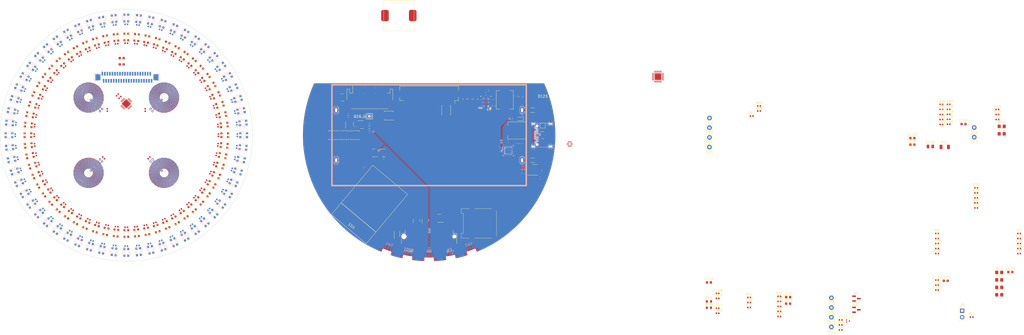
<source format=kicad_pcb>
(kicad_pcb (version 20221018) (generator pcbnew)
  (layers (0 "F.Cu" signal) (1 "In1.Cu" signal) (2 "In2.Cu" signal) (31 "B.Cu" signal) (34 "B.Paste" user) (35 "F.Paste" user) (36 "B.SilkS" user "B.Silkscreen") (37 "F.SilkS" user "F.Silkscreen") (38 "B.Mask" user) (39 "F.Mask" user) (44 "Edge.Cuts" user))
  (net 0 "")
  (net 1 "/HlavniDeska/ESP32S3/IO03-PD")
  (net 2 "/HlavniDeska/ESP32S3/IO01")
  (net 3 "/LedDeska/5V")
  (net 4 "/LedDeska/LED-GND")
  (net 5 "/LedDeska/3V3")
  (net 6 "/LedDeska/AN-GND")
  (net 7 "VCC")
  (net 8 "GND")
  (net 9 "Net-(U1-IN0A)")
  (net 10 "Net-(U1-IN0B)")
  (net 11 "Net-(U1-IN1A)")
  (net 12 "Net-(U1-IN1B)")
  (net 13 "Net-(U1-IN2A)")
  (net 14 "Net-(U1-IN2B)")
  (net 15 "Net-(U1-IN3A)")
  (net 16 "Net-(U1-IN3B)")
  (net 17 "/HlavniDeska/ESP32S3/BOOT")
  (net 18 "/HlavniDeska/ESP32S3/EN")
  (net 19 "/HlavniDeska/3V3")
  (net 20 "/HlavniDeska/USB/V_USB")
  (net 21 "/HlavniDeska/SpravceNapajeni/VBUS")
  (net 22 "Net-(U4-5V)")
  (net 23 "/HlavniDeska/USB/AP-3V3")
  (net 24 "Net-(U4-IFB)")
  (net 25 "Net-(Q7-D)")
  (net 26 "Net-(Q17-D)")
  (net 27 "Net-(Q19-G)")
  (net 28 "Net-(LED5-K)")
  (net 29 "Net-(U9-PMID)")
  (net 30 "/HlavniDeska/GPSKomunikacniModul/1V8")
  (net 31 "SW")
  (net 32 "Net-(U3-BOOT)")
  (net 33 "Net-(U3-SS)")
  (net 34 "Net-(U3-VCC)")
  (net 35 "Net-(C157-Pad1)")
  (net 36 "Net-(U3-COMP)")
  (net 37 "Net-(Q17-G)")
  (net 38 "Net-(U9-REGN)")
  (net 39 "Net-(C165-Pad1)")
  (net 40 "Net-(U9-BTST)")
  (net 41 "Net-(D1-DOUT)")
  (net 42 "/LedDeska/WS2812")
  (net 43 "Net-(D2-DOUT)")
  (net 44 "Net-(D2-DIN)")
  (net 45 "Net-(D3-DOUT)")
  (net 46 "Net-(D3-DIN)")
  (net 47 "Net-(D10-DIN)")
  (net 48 "Net-(D4-DIN)")
  (net 49 "Net-(D11-DIN)")
  (net 50 "Net-(D5-DIN)")
  (net 51 "Net-(D12-DIN)")
  (net 52 "Net-(D59-DOUT)")
  (net 53 "Net-(D13-DIN)")
  (net 54 "Net-(D14-DIN)")
  (net 55 "Net-(D15-DIN)")
  (net 56 "Net-(D10-DOUT)")
  (net 57 "Net-(D11-DOUT)")
  (net 58 "Net-(D12-DOUT)")
  (net 59 "Net-(D13-DOUT)")
  (net 60 "Net-(D14-DOUT)")
  (net 61 "Net-(D15-DOUT)")
  (net 62 "Net-(D16-DOUT)")
  (net 63 "Net-(D17-DOUT)")
  (net 64 "Net-(D18-DOUT)")
  (net 65 "Net-(D19-DOUT)")
  (net 66 "Net-(D20-DOUT)")
  (net 67 "Net-(D21-DOUT)")
  (net 68 "Net-(D22-DOUT)")
  (net 69 "Net-(D23-DOUT)")
  (net 70 "Net-(D24-DOUT)")
  (net 71 "Net-(D25-DOUT)")
  (net 72 "Net-(D26-DOUT)")
  (net 73 "Net-(D27-DOUT)")
  (net 74 "Net-(D28-DOUT)")
  (net 75 "Net-(D29-DOUT)")
  (net 76 "Net-(D30-DOUT)")
  (net 77 "Net-(D31-DOUT)")
  (net 78 "Net-(D32-DOUT)")
  (net 79 "Net-(D33-DOUT)")
  (net 80 "Net-(D34-DOUT)")
  (net 81 "Net-(D35-DOUT)")
  (net 82 "Net-(D36-DOUT)")
  (net 83 "Net-(D37-DOUT)")
  (net 84 "Net-(D38-DOUT)")
  (net 85 "Net-(D39-DOUT)")
  (net 86 "Net-(D40-DOUT)")
  (net 87 "Net-(D41-DOUT)")
  (net 88 "Net-(D42-DOUT)")
  (net 89 "Net-(D43-DOUT)")
  (net 90 "Net-(D44-DOUT)")
  (net 91 "Net-(D45-DOUT)")
  (net 92 "Net-(D46-DOUT)")
  (net 93 "Net-(D47-DOUT)")
  (net 94 "Net-(D48-DOUT)")
  (net 95 "Net-(D49-DOUT)")
  (net 96 "Net-(D50-DOUT)")
  (net 97 "Net-(D51-DOUT)")
  (net 98 "Net-(D52-DOUT)")
  (net 99 "Net-(D53-DOUT)")
  (net 100 "Net-(D54-DOUT)")
  (net 101 "/LedDeska/LedRing-Axial/DOUT")
  (net 102 "Net-(D61-DOUT)")
  (net 103 "Net-(D62-DOUT)")
  (net 104 "Net-(D115-DOUT)")
  (net 105 "Net-(D63-DOUT)")
  (net 106 "Net-(D116-DOUT)")
  (net 107 "Net-(D64-DOUT)")
  (net 108 "Net-(D117-DOUT)")
  (net 109 "Net-(D65-DOUT)")
  (net 110 "Net-(D118-DOUT)")
  (net 111 "Net-(D66-DOUT)")
  (net 112 "Net-(D119-DOUT)")
  (net 113 "Net-(D67-DOUT)")
  (net 114 "Net-(D68-DOUT)")
  (net 115 "Net-(D69-DOUT)")
  (net 116 "Net-(D70-DOUT)")
  (net 117 "Net-(D71-DOUT)")
  (net 118 "Net-(D72-DOUT)")
  (net 119 "Net-(D73-DOUT)")
  (net 120 "Net-(D74-DOUT)")
  (net 121 "Net-(D75-DOUT)")
  (net 122 "Net-(D76-DOUT)")
  (net 123 "Net-(D77-DOUT)")
  (net 124 "Net-(D78-DOUT)")
  (net 125 "Net-(D79-DOUT)")
  (net 126 "Net-(D80-DOUT)")
  (net 127 "Net-(D81-DOUT)")
  (net 128 "Net-(D82-DOUT)")
  (net 129 "Net-(D83-DOUT)")
  (net 130 "Net-(D84-DOUT)")
  (net 131 "Net-(D85-DOUT)")
  (net 132 "Net-(D86-DOUT)")
  (net 133 "Net-(D87-DOUT)")
  (net 134 "Net-(D88-DOUT)")
  (net 135 "Net-(D89-DOUT)")
  (net 136 "Net-(D90-DOUT)")
  (net 137 "Net-(D91-DOUT)")
  (net 138 "Net-(D92-DOUT)")
  (net 139 "Net-(D93-DOUT)")
  (net 140 "Net-(D100-DIN)")
  (net 141 "Net-(D101-DIN)")
  (net 142 "Net-(D102-DIN)")
  (net 143 "Net-(D103-DIN)")
  (net 144 "Net-(D104-DIN)")
  (net 145 "Net-(D105-DIN)")
  (net 146 "Net-(D100-DOUT)")
  (net 147 "Net-(D101-DOUT)")
  (net 148 "Net-(D102-DOUT)")
  (net 149 "Net-(D103-DOUT)")
  (net 150 "Net-(D104-DOUT)")
  (net 151 "Net-(D105-DOUT)")
  (net 152 "Net-(D106-DOUT)")
  (net 153 "Net-(D107-DOUT)")
  (net 154 "Net-(D108-DOUT)")
  (net 155 "Net-(D109-DOUT)")
  (net 156 "Net-(D110-DOUT)")
  (net 157 "Net-(D111-DOUT)")
  (net 158 "Net-(D112-DOUT)")
  (net 159 "Net-(D113-DOUT)")
  (net 160 "Net-(D114-DOUT)")
  (net 161 "/LedDeska/LedRing-Radial/DOUT")
  (net 162 "/HlavniDeska/ESP32S3/IO45-PD")
  (net 163 "/HlavniDeska/ESP32S3/IO46-PD")
  (net 164 "/HlavniDeska/SpravceNapajeni/NapajeciRozcesti/EN-5V")
  (net 165 "Net-(F3-Pad2)")
  (net 166 "Net-(F4-Pad2)")
  (net 169 "/HlavniDeska/USB/USB_CC1")
  (net 170 "/HlavniDeska/C.D+")
  (net 171 "/HlavniDeska/C.D-")
  (net 177 "/HlavniDeska/USB/USB_CC2")
  (net 181 "/HlavniDeska/ESP32S3/IO15")
  (net 182 "/HlavniDeska/ESP32S3/IO08")
  (net 183 "/HlavniDeska/KomunikacniModul.D-")
  (net 185 "/HlavniDeska/KomunikacniModul.D+")
  (net 186 "Net-(J3-Pin_10)")
  (net 188 "/HlavniDeska/ESP32S3/IO18")
  (net 190 "/HlavniDeska/INT")
  (net 195 "/HlavniDeska/GPSKomunikacniModul/SIM_RST")
  (net 197 "/HlavniDeska/GPSKomunikacniModul/SIM_CLK")
  (net 198 "/HlavniDeska/GPSKomunikacniModul/SIM_I{slash}O")
  (net 200 "/HlavniDeska/GPSKomunikacniModul/SIM_VCC")
  (net 203 "/HlavniDeska/GPSKomunikacniModul/SCL(1.8V)")
  (net 205 "/HlavniDeska/GPSKomunikacniModul/SDA(1.8V)")
  (net 213 "/HlavniDeska/GPSKomunikacniModul/UART_DTR(I)(1.8V)")
  (net 215 "/HlavniDeska/GPSKomunikacniModul/UART_RTS(I)(1.8V)")
  (net 217 "/HlavniDeska/GPSKomunikacniModul/UART_CTS(O)(1.8V)")
  (net 218 "Net-(J3-Pin_58)")
  (net 220 "Net-(J3-Pin_60)")
  (net 222 "Net-(J3-Pin_62)")
  (net 224 "Net-(J3-Pin_64)")
  (net 226 "/HlavniDeska/GPSKomunikacniModul/SIM_CD")
  (net 227 "Net-(J3-Pin_67)")
  (net 229 "/HlavniDeska/ESP32S3/IO17")
  (net 230 "/HlavniDeska/ESP32S3/IO16")
  (net 231 "Net-(J4-Pin_1)")
  (net 232 "/HlavniDeska/ModulovyKonektor/5V")
  (net 233 "Net-(J4-Pin_4)")
  (net 234 "Net-(J4-Pin_7)")
  (net 235 "/HlavniDeska/ESP32S3/RX_ESP")
  (net 236 "/HlavniDeska/ESP32S3/TX_ESP")
  (net 237 "Net-(J9-Pin_1)")
  (net 246 "/LedDeska/INT-LDC")
  (net 247 "/LedDeska/SDA")
  (net 248 "/LedDeska/SCL")
  (net 249 "/HlavniDeska/5V-OUT")
  (net 250 "/HlavniDeska/IO40")
  (net 259 "/HlavniDeska/SDA")
  (net 260 "/HlavniDeska/SCL")
  (net 261 "Net-(LED1-K)")
  (net 262 "/HlavniDeska/ESP32S3/IO38")
  (net 263 "Net-(LED2-K)")
  (net 264 "/HlavniDeska/ESP32S3/IO39")
  (net 265 "Net-(LED3-K)")
  (net 266 "Net-(LED4-K)")
  (net 267 "Net-(LED4-A)")
  (net 268 "Net-(LED5-A)")
  (net 269 "Net-(LED6-K)")
  (net 270 "Net-(Q1-D)")
  (net 271 "Net-(Q7-S)")
  (net 272 "Net-(Q11-D)")
  (net 273 "Net-(Q12-D)")
  (net 274 "Net-(Q14-D)")
  (net 275 "Net-(Q14-G)")
  (net 276 "Net-(Q15-G)")
  (net 277 "/HlavniDeska/ESP32S3/IO35")
  (net 278 "Net-(U8-EN)")
  (net 279 "Net-(U4-OTP)")
  (net 280 "/HlavniDeska/GPSKomunikacniModul/UART_RXD(I)(1.8V)")
  (net 281 "/HlavniDeska/GPSKomunikacniModul/UART_TXD(O)(1.8V)")
  (net 282 "/HlavniDeska/SpravceNapajeni/Nabijecka/STAT")
  (net 283 "Net-(U9-TS)")
  (net 284 "Net-(U9-OTG)")
  (net 285 "/HlavniDeska/SpravceNapajeni/DSEL")
  (net 286 "/HlavniDeska/ESP32S3/IO41")
  (net 287 "/HlavniDeska/ESP32S3/IO42")
  (net 288 "Net-(U7-VM)")
  (net 289 "Net-(U3-FSW)")
  (net 290 "Net-(U3-ILIM)")
  (net 291 "Net-(U3-FB)")
  (net 292 "/HlavniDeska/ESP32S3/IO02")
  (net 293 "Net-(U12-EN)")
  (net 294 "/HlavniDeska/ESP32S3/IO21")
  (net 295 "Net-(U9-~{CE})")
  (net 296 "Net-(U9-ILIM)")
  (net 297 "/HlavniDeska/ESP32S3/IO36")
  (net 298 "/HlavniDeska/ESP32S3/IO37")
  (net 299 "Net-(U9-~{QON})")
  (net 300 "/HlavniDeska/KM_RTS")
  (net 301 "/HlavniDeska/KM_CST")
  (net 302 "/HlavniDeska/KM_RXD")
  (net 303 "/HlavniDeska/KM_TXD")
  (net 320 "/HlavniDeska/KM_DTR")
  (net 321 "/HlavniDeska/ESP32S3/IO07")
  (net 323 "/HlavniDeska/Nabijecka.D+")
  (net 324 "/HlavniDeska/Nabijecka.D-")
  (net 325 "/HlavniDeska/ESP.D-")
  (net 326 "/HlavniDeska/ESP.D+")
  (net 327 "/HlavniDeska/ESP32S3/IO14")
  (net 328 "/HlavniDeska/ESP32S3/IO47")
  (net 329 "/HlavniDeska/ESP32S3/IO48")
  (net 336 "Net-(U7-GND)")
  (net 337 "/HlavniDeska/SpravceNapajeni/5V-IN")
  (footprint "Capacitor_SMD:C_0603_1608Metric" (layer "F.Cu") (at 88.175 59.39)
    (fp_text reference "C1")
    (fp_text value "10u")
  )
  (footprint "Capacitor_SMD:C_0402_1005Metric" (layer "F.Cu") (at 78.72088 124.713563 -18)
    (fp_text reference "C45" hide)
    (fp_text value "100n" hide)
  )
  (footprint "Capacitor_SMD:C_0402_1005Metric" (layer "F.Cu") (at 55.286437 78.72088 -108)
    (fp_text reference "C60" hide)
    (fp_text value "100n" hide)
  )
  (footprint "RKL-ESP:ESP32-S3-WROOM" (layer "F.Cu") (at 183 121.5 140)
    (fp_text reference "U11")
    (fp_text value "ESP32-S3-WROOM")
  )
  (footprint "Capacitor_SMD:C_0402_1005Metric" (layer "F.Cu") (at 119.52912 111.454162 54)
    (fp_text reference "C33" hide)
    (fp_text value "100n" hide)
  )
  (footprint "Capacitor_SMD:C_0402_1005Metric" (layer "F.Cu") (at 192 99.2)
    (fp_text reference "C163" hide)
    (fp_text value "1u" hide)
  )
  (footprint "Capacitor_SMD:C_0402_1005Metric" (layer "F.Cu") (at 97.588777 54.297613 168)
    (fp_text reference "C14" hide)
    (fp_text value "100n" hide)
  )
  (footprint "Resistor_SMD:R_0805_2012Metric_Pad1.20x1.40mm_HandSolder" (layer "F.Cu") (at 435.92 153.325)
    (fp_text reference "R17")
    (fp_text value "0")
  )
  (footprint "Package_SON:Diodes_PowerDI3333-8" (layer "F.Cu") (at 194 82.2 180)
    (fp_text reference "Q10" hide)
    (fp_text value "Q_PMOS_DGS-P" hide)
  )
  (footprint "Capacitor_SMD:C_0402_1005Metric" (layer "F.Cu") (at 411.28 151.445)
    (fp_text reference "C135")
    (fp_text value "100n")
  )
  (footprint "Connector_Pin:Pin_D0.9mm_L10.0mm_W2.4mm_FlatFork" (layer "F.Cu") (at 186.3 82.5)
    (fp_text reference "TP1" hide)
    (fp_text value "Q16_G")
  )
  (footprint "RKL-LED:3528RGBW-WS2812B" (layer "F.Cu") (at 74.137271 125.628273 -114)
    (fp_text reference "D35" hide)
    (fp_text value "WS2812B" hide)
  )
  (footprint "Capacitor_SMD:C_0805_2012Metric" (layer "F.Cu") (at 226.23 75.66 90)
    (fp_text reference "C159" hide)
    (fp_text value "22u" hide)
  )
  (footprint "Package_SON:USON-10_2.5x1.0mm_P0.5mm" (layer "F.Cu") (at 255 90)
    (fp_text reference "U13" hide)
    (fp_text value "TPD4E02B04DQA" hide)
  )
  (footprint "Capacitor_SMD:C_0402_1005Metric" (layer "F.Cu") (at 324.32 154.755)
    (fp_text reference "C149")
    (fp_text value "1u")
  )
  (footprint "Resistor_SMD:R_0402_1005Metric" (layer "F.Cu") (at 348.78 157.945)
    (fp_text reference "R37")
    (fp_text value "4.7k")
  )
  (footprint "RKL-LED:3528RGBW-WS2812B" (layer "F.Cu") (at 63.903906 118.982648 -132)
    (fp_text reference "D38" hide)
    (fp_text value "WS2812B" hide)
  )
  (footprint "RKL-LED:3528RGBW-WS2812B" (layer "F.Cu") (at 51.213646 85.92339 174)
    (fp_text reference "D47" hide)
    (fp_text value "WS2812B" hide)
  )
  (footprint "Capacitor_SMD:C_0402_1005Metric" (layer "F.Cu") (at 124.713563 78.72088 108)
    (fp_text reference "C24" hide)
    (fp_text value "100n" hide)
  )
  (footprint "RKL-LED:3528RGBW-WS2812B" (layer "F.Cu") (at 129 90)
    (fp_text reference "D16" hide)
    (fp_text value "WS2812B" hide)
  )
  (footprint "Capacitor_SMD:C_0402_1005Metric" (layer "F.Cu") (at 233.5 72.225 180)
    (fp_text reference "C7" hide)
    (fp_text value "100n" hide)
  )
  (footprint "RKL-Inductors:PCB_coil" (layer "F.Cu") (at 105 105 -45)
    (fp_text reference "L3")
    (fp_text value "L" hide)
  )
  (footprint "Resistor_SMD:R_0402_1005Metric" (layer "F.Cu") (at 348.78 155.955)
    (fp_text reference "R28")
    (fp_text value "1k")
  )
  (footprint "RKL-LED:3528RGBW-WS2812B" (layer "F.Cu") (at 56.225009 109.5 -150)
    (fp_text reference "D41" hide)
    (fp_text value "WS2812B" hide)
  )
  (footprint "RKL-Inductors:PCB_coil" (layer "F.Cu") (at 75 75 135)
    (fp_text reference "L1")
    (fp_text value "L" hide)
  )
  (footprint "Capacitor_SMD:C_0805_2012Metric" (layer "F.Cu") (at 224.15 75.66 90)
    (fp_text reference "C156" hide)
    (fp_text value "22u" hide)
  )
  (footprint "Package_SON:USON-10_2.5x1.0mm_P0.5mm" (layer "F.Cu") (at 175.5 75 180)
    (fp_text reference "U5" hide)
    (fp_text value "TPD4E02B04DQA" hide)
  )
  (footprint "Package_DFN_QFN:WQFN-16-1EP_4x4mm_P0.5mm_EP2.6x2.6mm" (layer "F.Cu") (at 90 77.5 -135)
    (fp_text reference "U1" hide)
    (fp_text value "LDC1614" hide)
  )
  (footprint "Capacitor_SMD:C_0603_1608Metric" (layer "F.Cu") (at 232.5 73.6 180)
    (fp_text reference "C152" hide)
    (fp_text value "47n" hide)
  )
  (footprint "Capacitor_SMD:C_0402_1005Metric" (layer "F.Cu") (at 54.297613 97.588777 -78)
    (fp_text reference "C55" hide)
    (fp_text value "100n" hide)
  )
  (footprint "Connector_Pin:Pin_D0.9mm_L10.0mm_W2.4mm_FlatFork" (layer "F.Cu") (at 426.01 90.785)
    (fp_text reference "TP7")
    (fp_text value "TestPoint-Charger_ILIM")
  )
  (footprint "Capacitor_SMD:C_0402_1005Metric" (layer "F.Cu") (at 82.411223 125.702387 -12)
    (fp_text reference "C44" hide)
    (fp_text value "100n" hide)
  )
  (footprint "Resistor_SMD:R_0402_1005Metric" (layer "F.Cu") (at 348.78 153.965)
    (fp_text reference "R27")
    (fp_text value "1k")
  )
  (footprint "Resistor_SMD:R_0402_1005Metric" (layer "F.Cu") (at 411.3 136.975)
    (fp_text reference "R10")
    (fp_text value "10k")
  )
  (footprint "LED_SMD:LED_0603_1608Metric" (layer "F.Cu") (at 245.9 83.5 180)
    (fp_text reference "LED5" hide)
    (fp_text value "red" hide)
  )
  (footprint "Connector_Pin:Pin_D0.9mm_L10.0mm_W2.4mm_FlatFork" (layer "F.Cu") (at 321.1 90.875)
    (fp_text reference "TP4")
    (fp_text value "TestPoint-BUTTON_ON")
  )
  (footprint "Capacitor_SMD:C_0402_1005Metric" (layer "F.Cu") (at 123.344409 104.845887 66)
    (fp_text reference "C31" hide)
    (fp_text value "100n" hide)
  )
  (footprint "Capacitor_SMD:C_0402_1005Metric" (layer "F.Cu") (at 86.184711 126.300049 -6)
    (fp_text reference "C43" hide)
    (fp_text value "100n" hide)
  )
  (footprint "Capacitor_SMD:C_0603_1608Metric" (layer "F.Cu") (at 320.88 148.435)
    (fp_text reference "C154")
    (fp_text value "4.7u")
  )
  (footprint "Package_DFN_QFN:Texas_R-PUQFN-N12" (layer "F.Cu") (at 208.5 123.8 90)
    (fp_text reference "U6" hide)
    (fp_text value "TXB0304RUT" hide)
  )
  (footprint "RKL-Connectors:Conn_M2" (layer "F.Cu") (at 210 130.1875 180)
    (fp_text reference "J3" hide)
    (fp_text value "Conn_2Rows-75Pins" hide)
  )
  (footprint "Resistor_SMD:R_0402_1005Metric" (layer "F.Cu") (at 411.3 134.985)
    (fp_text reference "R9")
    (fp_text value "10k")
  )
  (footprint "Capacitor_SMD:C_0402_1005Metric" (layer "F.Cu") (at 111.454162 60.47088 144)
    (fp_text reference "C18" hide)
    (fp_text value "100n" hide)
  )
  (footprint "Capacitor_SMD:C_0402_1005Metric" (layer "F.Cu") (at 55.286437 101.27912 -72)
    (fp_text reference "C54" hide)
    (fp_text value "100n" hide)
  )
  (footprint "Capacitor_SMD:C_0402_1005Metric" (layer "F.Cu") (at 60.47088 111.454162 -54)
    (fp_text reference "C51" hide)
    (fp_text value "100n" hide)
  )
  (footprint "Resistor_SMD:R_0805_2012Metric_Pad1.20x1.40mm_HandSolder" (layer "F.Cu") (at 435.92 150.375)
    (fp_text reference "R16")
    (fp_text value "0-nc")
  )
  (footprint "Capacitor_SMD:C_0402_1005Metric" (layer "F.Cu") (at 125.702387 97.588777 78)
    (fp_text reference "C29" hide)
    (fp_text value "100n" hide)
  )
  (footprint "Capacitor_SMD:C_0402_1005Metric" (layer "F.Cu") (at 324.32 158.695)
    (fp_text reference "C157")
    (fp_text value "10n")
  )
  (footprint "RKL-LED:3528RGBW-WS2812B" (layer "F.Cu") (at 112.923625 58.448337 54)
    (fp_text reference "D7" hide)
    (fp_text value "WS2812B" hide)
  )
  (footprint "RKL-LED:3528RGBW-WS2812B" (layer "F.Cu") (at 121.551663 67.076375 36)
    (fp_text reference "D10" hide)
    (fp_text value "WS2812B" hide)
  )
  (footprint "RKL-LED:3528RGBW-WS2812B" (layer "F.Cu") (at 70.5 123.774991 -120)
    (fp_text reference "D36" hide)
    (fp_text value "WS2812B" hide)
  )
  (footprint "RKL-LED:3528RGBW-WS2812B" (layer "F.Cu") (at 118.982648 63.903906 42)
    (fp_text reference "D9" hide)
    (fp_text value "WS2812B" hide)
  )
  (footprint "Resistor_SMD:R_0402_1005Metric" (layer "F.Cu") (at 340.74 78.395)
    (fp_text reference "R68")
    (fp_text value "1M")
  )
  (footprint "Capacitor_SMD:C_0402_1005Metric" (layer "F.Cu") (at 101.27912 55.286437 162)
    (fp_text reference "C15" hide)
    (fp_text value "100n" hide)
  )
  (footprint "Resistor_SMD:R_0805_2012Metric_Pad1.20x1.40mm_HandSolder" (layer "F.Cu") (at 436.9 89.435)
    (fp_text reference "R71")
    (fp_text value "0")
  )
  (footprint "Capacitor_SMD:C_0402_1005Metric" (layer "F.Cu") (at 60.47088 68.545838 -126)
    (fp_text reference "C63" hide)
    (fp_text value "100n" hide)
  )
  (footprint "Resistor_SMD:R_0402_1005Metric" (layer "F.Cu") (at 443.8 132.995)
    (fp_text reference "R25")
    (fp_text value "4.7k")
  )
  (footprint "Resistor_SMD:R_0402_1005Metric" (layer "F.Cu") (at 425 162.185)
    (fp_text reference "R22")
    (fp_text value "10k")
  )
  (footprint "Capacitor_SMD:C_0402_1005Metric" (layer "F.Cu") (at 415.87 83.695)
    (fp_text reference "C140")
    (fp_text value "100n")
  )
  (footprint "Capacitor_SMD:C_0402_1005Metric" (layer "F.Cu") (at 97.5 80 90)
    (fp_text reference "C11" hide)
    (fp_text value "1000p" hide)
  )
  (footprint "Package_TO_SOT_SMD:SOT-23" (layer "F.Cu") (at 379.34 159.295)
    (fp_text reference "Q11")
    (fp_text value "Q_NMOS_DGS-L")
  )
  (footprint "RKL-LED:3528RGBW-WS2812B" (layer "F.Cu") (at 67.076375 58.448337 126)
    (fp_text reference "D55" hide)
    (fp_text value "WS2812B" hide)
  )
  (footprint "Package_TO_SOT_SMD:SOT-23" (layer "F.Cu") (at 183.3375 85.8)
    (fp_text reference "Q7" hide)
    (fp_text value "Q_PMOS_DGS-L" hide)
  )
  (footprint "Connector_PinHeader_2.54mm:PinHeader_1x02_P2.54mm_Vertical" (layer "F.Cu") (at 421.22 159.665)
    (fp_text reference "J9")
    (fp_text value "Conn_01x02")
  )
  (footprint "RKL-LED:3528RGBW-WS2812B" (layer "F.Cu") (at 128.147756 81.891444 12)
    (fp_text reference "D14" hide)
    (fp_text value "WS2812B" hide)
  )
  (footprint "Inductor_SMD:L_1206_3216Metric" (layer "F.Cu") (at 251 99.95 180)
    (fp_text reference "F3" hide)
    (fp_text value "3A-6A" hide)
  )
  (footprint "RKL-LED:3528RGBW-WS2812B" (layer "F.Cu") (at 128.786354 85.92339 6)
    (fp_text reference "D15" hide)
    (fp_text value "WS2812B" hide)
  )
  (footprint "Resistor_SMD:R_0402_1005Metric" (layer "F.Cu") (at 426.8 116.865)
    (fp_text reference "R48")
    (fp_text value "4.7k")
  )
  (footprint "Resistor_SMD:R_0402_1005Metric" (layer "F.Cu") (at 180.8 86.59 90)
    (fp_text reference "R33" hide)
    (fp_text value "2k" hide)
  )
  (footprint "RKL-ESP:ESP-Programing_conector" (layer "F.Cu") (at 178.320907 102.254667 -130)
    (fp_text reference "J7" hide)
    (fp_text value "ESP-Programing_conector" hide)
  )
  (footprint "Resistor_SMD:R_0402_1005Metric" (layer "F.Cu") (at 426.8 112.885)
    (fp_text reference "R30")
    (fp_text value "200")
  )
  (footprint "RKL-StandardPackages:DFN3-2x2" (layer "F.Cu") (at 255 86.196)
    (fp_text reference "D123")
    (fp_text value "PTVSHC3N24")
  )
  (footprint "RKL-LED:3528RGBW-WS2812B" (layer "F.Cu") (at 51.213646 94.07661 -174)
    (fp_text reference "D45" hide)
    (fp_text value "WS2812B" hide)
  )
  (footprint "Capacitor_SMD:C_0402_1005Metric" (layer "F.Cu") (at 104.845887 56.655591 156)
    (fp_text reference "C16" hide)
    (fp_text value "100n" hide)
  )
  (footprint "Capacitor_SMD:C_0402_1005Metric" (layer "F.Cu") (at 53.699951 86.184711 -96)
    (fp_text reference "C58" hide)
    (fp_text value "100n" hide)
  )
  (footprint "Package_SON:Diodes_PowerDI3333-8" (layer "F.Cu") (at 176.3 90)
    (fp_text reference "Q15" hide)
    (fp_text value "Q_NMOS_DGS-P" hide)
  )
  (footprint "Capacitor_SMD:C_0402_1005Metric" (layer "F.Cu") (at 125.702387 82.411223 102)
    (fp_text reference "C25" hide)
    (fp_text value "100n" hide)
  )
  (footprint "Capacitor_SMD:C_0402_1005Metric" (layer "F.Cu") (at 87.5 75 45)
    (fp_text reference "C4" hide)
    (fp_text value "100n" hide)
  )
  (footprint "Capacitor_SMD:C_0805_2012Metric" (layer "F.Cu") (at 228.3 75.66 90)
    (fp_text reference "C153" hide)
    (fp_text value "22u" hide)
  )
  (footprint "RKL-LED:3528RGBW-WS2812B" (layer "F.Cu") (at 102.051663 127.091204 -72)
    (fp_text reference "D28" hide)
    (fp_text value "WS2812B" hide)
  )
  (footprint "Capacitor_SMD:C_0402_1005Metric" (layer "F.Cu") (at 65.576733 62.875214 -138)
    (fp_text reference "C65" hide)
    (fp_text value "100n" hide)
  )
  (footprint "RKL-StandardPackages:PKLCS1212E-(RH-Logic_piezzo)" (layer "F.Cu") (at 198 42.5 180)
    (fp_text reference "BZ1" hide)
    (fp_text value "Buzzer")
  )
  (footprint "Capacitor_SMD:C_0402_1005Metric" (layer "F.Cu") (at 126.5 90 90)
    (fp_text reference "C27" hide)
    (fp_text value "100n" hide)
  )
  (footprint "Package_DFN_QFN:Texas_X2QFN-12_1.6x1.6mm_P0.4mm" (layer "F.Cu") (at 265.7 93.475)
    (fp_text reference "U15" hide)
    (fp_text value "TS3USB3031" hide)
  )
  (footprint "Capacitor_SMD:C_0402_1005Metric" (layer "F.Cu") (at 108.25 121.609927 30)
    (fp_text reference "C37" hide)
    (fp_text value "100n" hide)
  )
  (footprint "Capacitor_SMD:C_0402_1005Metric" (layer "F.Cu") (at 108.25 58.390073 150)
    (fp_text reference "C17" hide)
    (fp_text value "100n" hide)
  )
  (footprint "Package_TO_SOT_SMD:SOT-23" (layer "F.Cu") (at 379.34 154.845)
    (fp_text reference "Q1")
    (fp_text value "Q_NMOS_DGS-L")
  )
  (footprint "Capacitor_SMD:C_0402_1005Metric" (layer "F.Cu") (at 121.609927 71.75 120)
    (fp_text reference "C22" hide)
    (fp_text value "100n" hide)
  )
  (footprint "Capacitor_SMD:C_0402_1005Metric" (layer "F.Cu") (at 411.28 149.475)
    (fp_text reference "C133")
    (fp_text value "1u")
  )
  (footprint "Resistor_SMD:R_0402_1005Metric" (layer "F.Cu") (at 412.98 83.765)
    (fp_text reference "R12")
    (fp_text value "10k")
  )
  (footprint "LED_SMD:LED_0603_1608Metric" (layer "F.Cu") (at 401.52 91.145)
    (fp_text reference "LED3")
    (fp_text value "red")
  )
  (footprint "Capacitor_SMD:C_0603_1608Metric" (layer "F.Cu") (at 246.5 93.3 90)
    (fp_text reference "C146" hide)
    (fp_text value "10u" hide)
  )
  (footprint "Package_SON:Diodes_PowerDI3333-8" (layer "F.Cu") (at 216.75 80.1 90)
    (fp_text reference "Q13" hide)
    (fp_text value "Q_PMOS_DGS-P" hide)
  )
  (footprint "Capacitor_SMD:C_0603_1608Metric" (layer "F.Cu") (at 244.9 93.3 90)
    (fp_text reference "C145" hide)
    (fp_text value "10u" hide)
  )
  (footprint "LED_SMD:LED_0603_1608Metric" (layer "F.Cu") (at 352.28 156.855)
    (fp_text reference "LED2")
    (fp_text value "green")
  )
  (footprint "RKL-LED:3528RGBW-WS2812B" (layer "F.Cu") (at 109.5 56.225009 60)
    (fp_text reference "D6" hide)
    (fp_text value "WS2812B" hide)
  )
  (footprint "Capacitor_SMD:C_0402_1005Metric" (layer "F.Cu") (at 86.5 74 45)
    (fp_text reference "C3" hide)
    (fp_text value "1u" hide)
  )
  (footprint "Inductor_SMD:L_Abracon_ASPI-0630LR" (layer "F.Cu") (at 244.9 88.1)
    (fp_text reference "L7" hide)
    (fp_text value "2.2u" hide)
  )
  (footprint "Connector_Pin:Pin_D0.9mm_L10.0mm_W2.4mm_FlatFork" (layer "F.Cu") (at 321.1 83.175)
    (fp_text reference "TP2")
    (fp_text value "TestPoint-BAT")
  )
  (footprint "Capacitor_SMD:C_0402_1005Metric" (layer "F.Cu") (at 324.32 160.665)
    (fp_text reference "C160")
    (fp_text value "100p")
  )
  (footprint "Package_TO_SOT_SMD:SOT-23" (layer "F.Cu") (at 214 123 180)
    (fp_text reference "U52" hide)
    (fp_text value "MCP1700x-180xxTT" hide)
  )
  (footprint "Package_TO_SOT_SMD:SOT-23" (layer "F.Cu") (at 188 97.01 180)
    (fp_text reference "Qe" hide)
    (fp_text value "Q_NMOS_DGS-L" hide)
  )
  (footprint "Capacitor_SMD:C_0805_2012Metric" (layer "F.Cu") (at 246.225 74.7 -90)
    (fp_text reference "C5" hide)
    (fp_text value "22u" hide)
  )
  (footprint "RKL-LED:3528RGBW-WS2812B" (layer "F.Cu") (at 123.774991 70.5 30)
    (fp_text reference "D11" hide)
    (fp_text value "WS2812B" hide)
  )
  (footprint "Resistor_SMD:R_0402_1005Metric" (layer "F.Cu") (at 254.675 104.15 180)
    (fp_text reference "R50" hide)
    (fp_text value "200k" hide)
  )
  (footprint "Resistor_SMD:R_0603_1608Metric" (layer "F.Cu") (at 320.88 155.965)
    (fp_text reference "R44")
    (fp_text value "150k")
  )
  (footprint "Connector_Pin:Pin_D0.9mm_L10.0mm_W2.4mm_FlatFork" (layer "F.Cu") (at 369.42 166.095)
    (fp_text reference "TP11")
    (fp_text value "TestPoint-5V_A")
  )
  (footprint "Resistor_SMD:R_0402_1005Metric" (layer "F.Cu") (at 443.8 129.015)
    (fp_text reference "R2")
    (fp_text value "200k")
  )
  (footprint "Capacitor_SMD:C_0402_1005Metric" (layer "F.Cu") (at 78.72088 55.286437 -162)
    (fp_text reference "C69" hide)
    (fp_text value "100n" hide)
  )
  (footprint "Capacitor_SMD:C_0402_1005Metric" (layer "F.Cu") (at 117.124786 114.423267 48)
    (fp_text reference "C34" hide)
    (fp_text value "100n" hide)
  )
  (footprint "Capacitor_SMD:C_0603_1608Metric" (layer "F.Cu") (at 241.4 92.5 180)
    (fp_text reference "C165" hide)
    (fp_text value "47n" hide)
  )
  (footprint "Capacitor_SMD:C_0402_1005Metric" (layer "F.Cu") (at 117.124786 65.576733 132)
    (fp_text reference "C20" hide)
    (fp_text value "100n" hide)
  )
  (footprint "RKL-LED:3528RGBW-WS2812B" (layer "F.Cu") (at 123.774991 109.5 -30)
    (fp_text reference "D21" hide)
    (fp_text value "WS2812B" hide)
  )
  (footprint "Resistor_SMD:R_0402_1005Metric" (layer "F.Cu") (at 336.82 158.385)
    (fp_text reference "R47")
    (fp_text value "17.4k")
  )
  (footprint "Resistor_SMD:R_0805_2012Metric_Pad1.20x1.40mm_HandSolder" (layer "F.Cu") (at 435.92 147.425)
    (fp_text reference "R15")
    (fp_text value "0")
  )
  (footprint "Resistor_SMD:R_0402_1005Metric" (layer "F.Cu") (at 337.83 82.375)
    (fp_text reference "R67")
    (fp_text value "10k")
  )
  (footprint "Connector_Pin:Pin_D0.9mm_L10.0mm_W2.4mm_FlatFork" (layer "F.Cu") (at 369.42 154.545)
    (fp_text reference "TP8")
    (fp_text value "TestPoint-5V_EN")
  )
  (footprint "Resistor_SMD:R_0402_1005Metric" (layer "F.Cu") (at 412.98 79.785)
    (fp_text reference "R4")
    (fp_text value "5.1k")
  )
  (footprint "Resistor_SMD:R_0402_1005Metric" (layer "F.Cu") (at 340.74 80.385)
    (fp_text reference "R69")
    (fp_text value "200")
  )
  (footprint "Resistor_SMD:R_0402_1005Metric" (layer "F.Cu") (at 243 83.5)
    (fp_text reference "R18" hide)
    (fp_text value "4.7k" hide)
  )
  (footprint "Capacitor_SMD:C_0402_1005Metric" (layer "F.Cu") (at 126.300049 93.815289 84)
    (fp_text reference "C28" hide)
    (fp_text value "100n" hide)
  )
  (footprint "Connector_JST:JST_PH_S7B-PH-SM4-TB_1x07-1MP_P2.00mm_Horizontal" (layer "F.Cu") (at 186.5 75)
    (fp_text reference "J4" hide)
    (fp_text value "Conn_01x07" hide)
  )
  (footprint "Capacitor_SMD:C_0402_1005Metric" (layer "F.Cu") (at 229.85 75.91 90)
    (fp_text reference "C142" hide)
    (fp_text value "1u" hide)
  )
  (footprint "Resistor_SMD:R_0805_2012Metric_Pad1.20x1.40mm_HandSolder" (layer "F.Cu") (at 435.92 144.475)
    (fp_text reference "R14")
    (fp_text value "0-nc")
  )
  (footprint "RKL-LED:3528RGBW-WS2812B" (layer "F.Cu") (at 77.948337 52.908796 108)
    (fp_text reference "D58" hide)
    (fp_text value "WS2812B" hide)
  )
  (footprint "RKL-LED:3528RGBW-WS2812B" (layer "F.Cu") (at 52.908796 102.051663 -162)
    (fp_text reference "D43" hide)
    (fp_text value "WS2812B" hide)
  )
  (footprint "Package_DFN_QFN:DFN-8-1EP_4x4mm_P0.8mm_EP2.3x3.24mm" (layer "F.Cu") (at 251 103.75)
    (fp_text reference "U12" hide)
    (fp_text value "LD39200" hide)
  )
  (footprint "Connector_Pin:Pin_D0.9mm_L10.0mm_W2.4mm_FlatFork" (layer "F.Cu") (at 369.42 162.245)
    (fp_text reference "TP10")
    (fp_text value "TestPoint-5V_B")
  )
  (footprint "RKL-LED:3528RGBW-WS2812B" (layer "F.Cu") (at 51.852244 98.108556 -168)
    (fp_text reference "D44" hide)
    (fp_text value "WS2812B" hide)
  )
  (footprint "Resistor_SMD:R_0402_1005Metric" (layer "F.Cu") (at 186.2875 85.8 180)
    (fp_text reference "R35" hide)
    (fp_text value "470" hide)
  )
  (footprint "Capacitor_SMD:C_0402_1005Metric" (layer "F.Cu") (at 68.545838 60.47088 -144)
    (fp_text reference "C66" hide)
    (fp_text value "100n" hide)
  )
  (footprint "RKL-LED:3528RGBW-WS2812B" (layer "F.Cu") (at 51 90 180)
    (fp_text reference "D46" hide)
    (fp_text value "WS2812B" hide)
  )
  (footprint "Capacitor_SMD:C_0402_1005Metric" (layer "F.Cu") (at 411.28 147.505)
    (fp_text reference "C132")
    (fp_text value "1u")
  )
  (footprint "RKL-LED:3528RGBW-WS2812B" (layer "F.Cu") (at 105.862729 54.371727 66)
    (fp_text reference "D5" hide)
    (fp_text value "WS2812B" hide)
  )
  (footprint "Capacitor_SMD:C_0603_1608Metric" (layer "F.Cu") (at 247.3 105.1 -90)
    (fp_text reference "C155" hide)
    (fp_text value "10u" hide)
  )
  (footprint "Package_DFN_QFN:Texas_S-PWQFN-N24_EP2.7x2.7mm_ThermalVias" (layer "F.Cu") (at 241.4 96.1)
    (fp_text reference "U9" hide)
    (fp_text value "BQ25895RTW" hide)
  )
  (footprint "Capacitor_SMD:C_0402_1005Metric" (layer "F.Cu") (at 90 126.5)
    (fp_text reference "C42" hide)
    (fp_text value "100n" hide)
  )
  (footprint "RKL-LED:3528RGBW-WS2812B" (layer "F.Cu") (at 51.852244 81.891444 168)
    (fp_text reference "D48" hide)
    (fp_text value "WS2812B" hide)
  )
  (footprint "Connector_Pin:Pin_D0.9mm_L10.0mm_W2.4mm_FlatFork" (layer "F.Cu") (at 321.1 87.025)
    (fp_text reference "TP3")
    (fp_text value "TestPoint-VCC")
  )
  (footprint "Capacitor_SMD:C_0402_1005Metric" (layer "F.Cu") (at 415.87 85.665)
    (fp_text reference "C141")
    (fp_text value "1u")
  )
  (footprint "Capacitor_SMD:C_0402_1005Metric" (layer "F.Cu") (at 82.411223 54.297613 -168)
    (fp_text reference "C70" hide)
    (fp_text value "100n" hide)
  )
  (footprint "RKL-LED:3528RGBW-WS2812B" (layer "F.Cu") (at 127.091204 77.948337 18)
    (fp_text reference "D13" hide)
    (fp_text value "WS2812B" hide)
  )
  (footprint "Capacitor_SMD:C_0603_1608Metric" (layer "F.Cu") (at 238.25 92.5 180)
    (fp_text reference "C147" hide)
    (fp_text value "10u" hide)
  )
  (footprint "RKL-LED:3528RGBW-WS2812B" (layer "F.Cu") (at 81.891444 51.852244 102)
    (fp_text reference "D59" hide)
    (fp_text value "WS2812B" hide)
  )
  (footprint "Resistor_SMD:R_0402_1005Metric" (layer "F.Cu") (at 373.1 167.295)
    (fp_text reference "R32")
    (fp_text value "10k")
  )
  (footprint "Capacitor_SMD:C_0402_1005Metric" (layer "F.Cu") (at 53.5 90 -90)
    (fp_text reference "C57" hide)
    (fp_text value "100n" hide)
  )
  (footprint "Package_DFN_QFN:Texas_R-PUQFN-N12" (layer "F.Cu") (at 205 123.8 90)
    (fp_text reference "U2" hide)
    (fp_text value "TXB0304RUT" hide)
  )
  (footprint "Capacitor_SMD:C_0402_1005Metric" (layer "F.Cu") (at 71.75 58.390073 -150)
    (fp_text reference "C67" hide)
    (fp_text value "100n" hide)
  )
  (footprint "Resistor_SMD:R_0402_1005Metric" (layer "F.Cu") (at 443.8 131.005)
    (fp_text reference "R24")
    (fp_text value "4.7k")
  )
  (footprint "RKL-LED:3528RGBW-WS2812B" (layer "F.Cu") (at 54.371727 105.862729 -156)
    (fp_text reference "D42" hide)
    (fp_text value "WS2812B" hide)
  )
  (footprint "Resistor_SMD:R_0402_1005Metric" (layer "F.Cu") (at 336.82 156.395)
    (fp_text reference "R42")
    (fp_text value "3.92k")
  )
  (footprint "RKL-LED:3528RGBW-WS2812B" (layer "F.Cu") (at 77.948337 127.091204 -108)
    (fp_text reference "D34" hide)
    (fp_text value "WS2812B" hide)
  )
  (footprint "RKL-LED:3528RGBW-WS2812B" (layer "F.Cu") (at 63.903906 61.017352 132)
    (fp_text reference "D54" hide)
    (fp_text value "WS2812B" hide)
  )
  (footprint "LED_SMD:LED_0603_1608Metric" (layer "F.Cu") (at 352.28 154.265)
    (fp_text reference "LED1")
    (fp_text value "red")
  )
  (footprint "RKL-LED:3528RGBW-WS2812B" (layer "F.Cu") (at 70.5 56.225009 120)
    (fp_text reference "D56" hide)
    (fp_text value "WS2812B" hide)
  )
  (footprint "Capacitor_SMD:C_0402_1005Metric" (layer "F.Cu") (at 56.655591 104.845887 -66)
    (fp_text reference "C53" hide)
    (fp_text value "100n" hide)
  )
  (footprint "Package_SO:VSSOP-8_2.3x2mm_P0.5mm" (layer "F.Cu") (at 197.25 129.15 90)
    (fp_text reference "U8" hide)
    (fp_text value "PCA9306DC" hide)
  )
  (footprint "RKL-LED:3528RGBW-WS2812B" (layer "F.Cu") (at 98.108556 51.852244 78)
    (fp_text reference "D3" hide)
    (fp_text value "WS2812B" hide)
  )
  (footprint "Capacitor_SMD:C_0805_2012Metric" (layer "F.Cu") (at 408.62 94.475)
    (fp_text reference "C136")
    (fp_text value "10u")
  )
  (footprint "Capacitor_SMD:C_0402_1005Metric" (layer "F.Cu") (at 119.52912 68.545838 126)
    (fp_text reference "C21" hide)
    (fp_text value "100n" hide)
  )
  (footprint "RKL-LED:3528RGBW-WS2812B" (layer "F.Cu") (at 54.371727 74.137271 156)
    (fp_text reference "D50" hide)
    (fp_text value "WS2812B" hide)
  )
  (footprint "Capacitor_SMD:C_0402_1005Metric" (layer "F.Cu") (at 93.815289 53.699951 174)
    (fp_text reference "C13" hide)
    (fp_text value "100n" hide)
  )
  (footprint "Capacitor_SMD:C_0603_1608Metric" (layer "F.Cu") (at 421.78 85.585)
    (fp_text reference "C164")
    (fp_text value "4.7u")
  )
  (footprint "RKL-LED:3528RGBW-WS2812B" (layer "F.Cu") (at 58.448337 67.076375 144)
    (fp_text reference "D52" hide)
    (fp_text value "WS2812B" hide)
  )
  (footprint "Resistor_SMD:R_0603_1608Metric" (layer "F.Cu") (at 235.5 78.325079 -90)
    (fp_text reference "R43" hide)
    (fp_text value "150k" hide)
  )
  (footprint "Resistor_SMD:R_1206_3216Metric" (layer "F.Cu") (at 414.33 94.645)
    (fp_text reference "R11")
    (fp_text value "10m")
  )
  (footprint "Capacitor_SMD:C_0402_1005Metric" (layer "F.Cu") (at 53.699951 93.815289 -84)
    (fp_text reference "C56" hide)
    (fp_text value "100n" hide)
  )
  (footprint "Capacitor_SMD:C_0402_1005Metric" (layer "F.Cu") (at 124.713563 101.27912 72)
    (fp_text reference "C30" hide)
    (fp_text value "100n" hide)
  )
  (footprint "RKL-LED:3528RGBW-WS2812B" (layer "F.Cu") (at 58.448337 112.923625 -144)
    (fp_text reference "D40" hide)
    (fp_text value "WS2812B" hide)
  )
  (footprint "RKL-LED:3528RGBW-WS2812B" (layer "F.Cu") (at 85.92339 128.786354 -96)
    (fp_text reference "D32" hide)
    (fp_text value "WS2812B" hide)
  )
  (footprint "Package_TO_SOT_SMD:SOT-23" (layer "F.Cu") (at 192 97)
    (fp_text reference "Q17" hide)
    (fp_text value "Q_NMOS_DGS-L" hide)
  )
  (footprint "Inductor_SMD:L_1206_3216Metric" (layer "F.Cu") (at 251 80.05 180)
    (fp_text reference "F4" hide)
    (fp_text value "3A-6A" hide)
  )
  (footprint "Package_TO_SOT_SMD:SOT-23-6" (layer "F.Cu") (at 178.45 85.45 90)
    (fp_text reference "U7" hide)
    (fp_text value "SL8261D-G3JE" hide)
  )
  (footprint "Resistor_SMD:R_0402_1005Metric" (layer "F.Cu") (at 348.78 161.925)
    (fp_text reference "R39")
    (fp_text value "4.7k")
  )
  (footprint "Resistor_SMD:R_0402_1005Metric" (layer "F.Cu") (at 184.3 102.7 140)
    (fp_text reference "R70" hide)
    (fp_text value "10k" hide)
  )
  (footprint "Capacitor_SMD:C_0402_1005Metric" (layer "F.Cu") (at 415.87 79.755)
    (fp_text reference "C138")
    (fp_text value "1u")
  )
  (footprint "Capacitor_SMD:C_0402_1005Metric" (layer "F.Cu") (at 415.87 81.725)
    (fp_text reference "C139")
    (fp_text value "100n")
  )
  (footprint "Capacitor_SMD:C_0402_1005Metric" (layer "F.Cu") (at 62.875214 65.576733 -132)
    (fp_text reference "C64" hide)
    (fp_text value "100n" hide)
  )
  (footprint "RKL-LED:3528RGBW-WS2812B" (layer "F.Cu") (at 116.096094 118.982648 -48)
    (fp_text reference "D24" hide)
    (fp_text value "WS2812B" hide)
  )
  (footprint "Capacitor_SMD:C_0402_1005Metric" (layer "F.Cu") (at 121.609927 108.25 60)
    (fp_text reference "C32" hide)
    (fp_text value "100n" hide)
  )
  (footprint "RKL-LED:3528RGBW-WS2812B" (layer "F.Cu") (at 67.076375 121.551663 -126)
    (fp_text reference "D37" hide)
    (fp_text value "WS2812B" hide)
  )
  (footprint "RKL-LED:3528RGBW-WS2812B" (layer "F.Cu") (at 61.017352 63.903906 138)
    (fp_text reference "D53" hide)
    (fp_text value "WS2812B" hide)
  )
  (footprint "RKL-LED:3528RGBW-WS2812B" (layer "F.Cu") (at 118.982648 116.096094 -42)
    (fp_text reference "D23" hide)
    (fp_text value "WS2812B" hide)
  )
  (footprint "Resistor_SMD:R_0402_1005Metric" (layer "F.Cu") (at 177.98 81.82)
    (fp_text reference "R36" hide)
    (fp_text value "1M" hide)
  )
  (footprint "RKL-LED:3528RGBW-WS2812B" (layer "F.Cu") (at 102.051663 52.908796 72)
    (fp_text reference "D4" hide)
    (fp_text value "WS2812B" hide)
  )
  (footprint "RKL-Connectors:SMN-305-ARP7" (layer "F.Cu") (at 227 125 90)
    (fp_text reference "U53" hide)
    (fp_text value "~" hide)
  )
  (footprint "RKL-LED:3528RGBW-WS2812B" (layer "F.Cu") (at 74.137271 54.371727 114)
    (fp_text reference "D57" hide)
    (fp_text value "WS2812B" hide)
  )
  (footprint "Capacitor_SMD:C_0402_1005Metric" (layer "F.Cu") (at 126.300049 86.184711 96)
    (fp_text reference "C26" hide)
    (fp_text value "100n" hide)
  )
  (footprint "Capacitor_SMD:C_0402_1005Metric" (layer "F.Cu") (at 235.5 75.895079 90)
    (fp_text reference "C151" hide)
    (fp_text value "100n" hide)
  )
  (footprint "Capacitor_SMD:C_0402_1005Metric" (layer "F.Cu") (at 101.27912 124.713563 18)
    (fp_text reference "C39" hide)
    (fp_text value "100n" hide)
  )
  (footprint "Resistor_SMD:R_0402_1005Metric" (layer "F.Cu") (at 426.8 114.875)
    (fp_text reference "R45")
    (fp_text value "4.7k")
  )
  (footprint "Connector_FFC-FPC:Hirose_FH12-40S-0.5SH_1x40-1MP_P0.50mm_Horizontal" (layer "F.Cu") (at 210 75 180)
    (fp_text reference "J11" hide)
    (fp_text value "Conn_01x40" hide)
  )
  (footprint "RKL-LED:3528RGBW-WS2812B" (layer "F.Cu") (at 56.225009 70.5 150)
    (fp_text reference "D51" hide)
    (fp_text value "WS2812B" hide)
  )
  (footprint "Connector_Pin:Pin_D0.9mm_L10.0mm_W2.4mm_FlatFork" (layer "F.Cu") (at 369.42 158.395)
    (fp_text reference "TP9")
    (fp_text value "TestPoint-5V")
  )
  (footprint "Capacitor_SMD:C_0402_1005Metric" (layer "F.Cu") (at 68.545838 119.52912 -36)
    (fp_text reference "C48" hide)
    (fp_text value "100n" hide)
  )
  (footprint "Resistor_SMD:R_0402_1005Metric" (layer "F.Cu") (at 186.2875 86.75)
    (fp_text reference "R60" hide)
    (fp_text value "200k" hide)
  )
  (footprint "Resistor_SMD:R_0402_1005Metric" (layer "F.Cu") (at 443.8 136.975)
    (fp_text reference "R34")
    (fp_text value "10k")
  )
  (footprint "Capacitor_SMD:C_0402_1005Metric" (layer "F.Cu") (at 114.423267 117.124786 42)
    (fp_text reference "C35" hide)
    (fp_text value "100n" hide)
  )
  (footprint "RKL-LED:3528RGBW-WS2812B" (layer "F.Cu") (at 105.862729 125.628273 -66)
    (fp_text reference "D27" hide)
    (fp_text value "WS2812B" hide)
  )
  (footprint "RKL-LED:3528RGBW-WS2812B" (layer "F.Cu") (at 125.628273 105.862729 -24)
    (fp_text reference "D20" hide)
    (fp_text value "WS2812B" hide)
  )
  (footprint "Capacitor_SMD:C_0402_1005Metric" (layer "F.Cu") (at 82.5 80 -90)
    (fp_text reference "C8" hide)
    (fp_text value "1000p" hide)
  )
  (footprint "RKL-StandardPackages:RHL0020A" (layer "F.Cu") (at 232.5 76.975079 180)
    (fp_text reference "U3" hide)
    (fp_text value "TPS61088RHLR" hide)
  )
  (footprint "RKL-LED:3528RGBW-WS2812B" (layer "F.Cu") (at 90 129 -90)
    (fp_text reference "D31" hide)
    (fp_text value "WS2812B" hide)
  )
  (footprint "Resistor_SMD:R_0402_1005Metric" (layer "F.Cu") (at 412.98 77.795)
    (fp_text reference "R3")
    (fp_text value "5.1k")
  )
  (footprint "Resistor_SMD:R_0402_1005Metric" (layer "F.Cu") (at 336.82 154.405)
    (fp_text reference "R41")
    (fp_text value "200k")
  )
  (footprint "Capacitor_SMD:C_0603_1608Metric" (layer "F.Cu") (at 414.72 147.775)
    (fp_text reference "C134")
    (fp_text value "10u")
  )
  (footprint "Package_SON:Diodes_PowerDI3333-8" (layer "F.Cu") (at 180.6 90 180)
    (fp_text reference "Q14" hide)
    (fp_text value "Q_NMOS_DGS-P" hide)
  )
  (footprint "Capacitor_SMD:C_0402_1005Metric" (layer "F.Cu") (at 62.875214 114.423267 -48)
    (fp_text reference "C50" hide)
    (fp_text value "100n" hide)
  )
  (footprint "Resistor_SMD:R_0402_1005Metric" (layer "F.Cu") (at 373.1 163.315)
    (fp_text reference "R1")
    (fp_text value "10k")
  )
  (footprint "Resistor_SMD:R_0402_1005Metric" (layer "F.Cu") (at 435.19 81.775)
    (fp_text reference "R20")
    (fp_text value "10k")
  )
  (footprint "Capacitor_SMD:C_0402_1005Metric" (layer "F.Cu") (at 104.845887 123.344409 24)
    (fp_text reference "C38" hide)
    (fp_text value "100n" hide)
  )
  (footprint "Capacitor_SMD:C_0402_1005Metric" (layer "F.Cu") (at 114.423267 62.875214 138)
    (fp_text reference "C19" hide)
    (fp_text value "100n" hide)
  )
  (footprint "Resistor_SMD:R_0402_1005Metric" (layer "F.Cu") (at 411.3 132.995)
    (fp_text reference "R8")
    (fp_text value "10k")
  )
  (footprint "Package_SON:Diodes_PowerDI3333-8" (layer "F.Cu") (at 172 90 180)
    (fp_text reference "Q12" hide)
    (fp_text value "Q_NMOS_DGS-P" hide)
  )
  (footprint "RKL-LED:3528RGBW-WS2812B" (layer "F.Cu") (at 128.147756 98.108556 -12)
    (fp_text reference "D18" hide)
    (fp_text value "WS2812B" hide)
  )
  (footprint "Capacitor_SMD:C_0402_1005Metric" (layer "F.Cu") (at 65.576733 117.124786 -42)
    (fp_text reference "C49" hide)
    (fp_text value "100n" hide)
  )
  (footprint "Capacitor_SMD:C_0402_1005Metric" (layer "F.Cu") (at 54.297613 82.411223 -102)
    (fp_text reference "C59" hide)
    (fp_text value "100n" hide)
  )
  (footprint "Resistor_SMD:R_0402_1005Metric" (layer "F.Cu") (at 412.98 81.775)
    (fp_text reference "R5")
    (fp_text value "4.7k")
  )
  (footprint "RKL-LED:3528RGBW-WS2812B" (layer "F.Cu") (at 94.07661 128.786354 -84)
    (fp_text reference "D30" hide)
    (fp_text value "WS2812B" hide)
  )
  (footprint "RKL-LED:3528RGBW-WS2812B" (layer "F.Cu") (at 128.786354 94.07661 -6)
    (fp_text reference "D17" hide)
    (fp_text value "WS2812B" hide)
  )
  (footprint "RKL-LED:3528RGBW-WS2812B" (layer "F.Cu") (at 127.091204 102.051663 -18)
    (fp_text reference "D19" hide)
    (fp_text value "WS2812B" hide)
  )
  (footprint "RKL-LED:3528RGBW-WS2812B" (layer "F.Cu") (at 52.908796 77.948337 162)
    (fp_text reference "D49" hide)
    (fp_text value "WS2812B" hide)
  )
  (footprint "RKL-LED:3528RGBW-WS2812B" (layer "F.Cu") (at 109.5 123.774991 -60)
    (fp_text reference "D26" hide)
    (fp_text value "WS2812B" hide)
  )
  (footprint "Capacitor_SMD:C_0402_1005Metric" (layer "F.Cu") (at 71.75 121.609927 -30)
    (fp_text reference "C47" hide)
    (fp_text value "100n" hide)
  )
  (footprint "Resistor_SMD:R_0402_1005Metric" (layer "F.Cu") (at 426.8 110.895)
    (fp_text reference "R29")
    (fp_text value "200")
  )
  (footprint "RKL-Inductors:PCB_coil" (layer "F.Cu") (at 75 105 -135)
    (fp_text reference "L2")
    (fp_text value "L" hide)
  )
  (footprint "Resistor_SMD:R_0402_1005Metric" (layer "F.Cu") (at 412.98 85.755)
    (fp_text reference "R13")
    (fp_text value "4.7k")
  )
  (footprint "Capacitor_SMD:C_0402_1005Metric" (layer "F.Cu") (at 123.344409 75.154113 114)
    (fp_text reference "C23" hide)
    (fp_text value "100n" hide)
  )
  (footprint "Capacitor_SMD:C_0402_1005Metric" (layer "F.Cu") (at 415.87 77.785)
    (fp_text reference "C137")
    (fp_text value "100n")
  )
  (footprint "RKL-LED:3528RGBW-WS2812B" (layer "F.Cu") (at 61.017352 116.096094 -138)
    (fp_text reference "D39" hide)
    (fp_text value "WS2812B" hide)
  )
  (footprint "RKL-LED:3528RGBW-WS2812B" (layer "F.Cu") (at 81.891444 128.147756 -102)
    (fp_text reference "D33" hide)
    (fp_text value "WS2812B" hide)
  )
  (footprint "Capacitor_SMD:C_0402_1005Metric" (layer "F.Cu") (at 99 99 45)
    (fp_text reference "C10" hide)
    (fp_text value "1000p" hide)
  )
  (footprint "Connector_Pin:Pin_D0.9mm_L10.0mm_W2.4mm_FlatFork" (layer "F.Cu") (at 321.1 94.725)
    (fp_text reference "TP5")
    (fp_text value "TestPoint-EN_ALL")
  )
  (footprint "LED_SMD:LED_0603_1608Metric" (layer "F.Cu") (at 440.34 144.295)
    (fp_text reference "LED6")
    (fp_text value "red")
  )
  (footprint "Capacitor_SMD:C_0402_1005Metric" (layer "F.Cu") (at 58.390073 71.75 -120)
    (fp_text reference "C62" hide)
    (fp_text value "100n" hide)
  )
  (footprint "Capacitor_SMD:C_0603_1608Metric" (layer "F.Cu") (at 88.175 61.9)
    (fp_text reference "C2")
    (fp_text value "10u")
  )
  (footprint "RKL-LED:3528RGBW-WS2812B" (layer "F.Cu") (at 125.628273 74.137271 24)
    (fp_text reference "D12" hide)
    (fp_text value "WS2812B" hide)
  )
  (footprint "Resistor_SMD:R_0603_1608Metric" (layer "F.Cu") (at 320.88 158.475)
    (fp_text reference "R46")
    (fp_text value "56k")
  )
  (footprint "Capacitor_SMD:C_0402_1005Metric" (layer "F.Cu") (at 111.454162 119.52912 36)
    (fp_text reference "C36" hide)
    (fp_text value "100n" hide)
  )
  (footprint "Resistor_SMD:R_0402_1005Metric" (layer "F.Cu") (at 373.1 165.305)
    (fp_text reference "R23")
    (fp_text value "10k")
  )
  (footprint "Resistor_SMD:R_0402_1005Metric" (layer "F.Cu") (at 435.19 79.785)
    (fp_text reference "R19")
    (fp_text value "10k")
  )
  (footprint "RKL-LED:3528RGBW-WS2812B" (layer "F.Cu") (at 94.07661 51.213646 84)
    (fp_text reference "D2" hide)
    (fp_text value "WS2812B" hide)
  )
  (footprint "Package_DFN_QFN:QFN-24-1EP_4x4mm_P0.5mm_EP2.6x2.6mm" (layer "F.Cu") (at 300.6625 66.75)
    (fp_text reference "U4" hide)
    (fp_text value "AP33772" hide)
  )
  (footprint "Capacitor_SMD:C_0603_1608Metric" (layer "F.Cu") (at 244.4 74.475 -90)
    (fp_text reference "C6" hide)
    (fp_text value "10u" hide)
  )
  (footprint "Resistor_SMD:R_0402_1005Metric" (layer "F.Cu") (at 443.8 134.985)
    (fp_text reference "R31")
    (fp_text value "4.7k")
  )
  (footprint "RKL-Inductors:PCB_coil" (layer "F.Cu") (at 105 75 45)
    (fp_text reference "L4")
    (fp_text value "L" hide)
  )
  (footprint "RKL-LED:3528RGBW-WS2812B" (layer "F.Cu") (at 112.923625 121.551663 -54)
    (fp_text reference "D25" hide)
    (fp_text value "WS2812B" hide)
  )
  (footprint "Capacitor_SMD:C_0402_1005Metric" (layer "F.Cu") (at 56.655591 75.154113 -114)
    (fp_text reference "C61" hide)
    (fp_text value "100n" hide)
  )
  (footprint "RKL-LED:3528RGBW-WS2812B" (layer "F.Cu") (at 116.096094 61.017352 48)
    (fp_text reference "D8" hide)
    (fp_text value "WS2812B" hide)
  )
  (footprint "Capacitor_SMD:C_0402_1005Metric" (layer "F.Cu") (at 237.85 94.85 180)
    (fp_text reference "C166" hide)
    (fp_text value "1u" hide)
  )
  (footprint "Capacitor_SMD:C_0402_1005Metric" (layer "F.Cu") (at 75.154113 123.344409 -24)
    (fp_text reference "C46" hide)
    (fp_text value "100n" hide)
  )
  (footprint "Resistor_SMD:R_0402_1005Metric" (layer "F.Cu") (at 411.3 131.005)
    (fp_text reference "R7")
    (fp_text value "10k")
  )
  (footprint "Capacitor_SMD:C_0402_1005Metric" (layer "F.Cu") (at 186.29 88.62)
    (fp_text reference "C144" hide)
    (fp_text value "1u" hide)
  )
  (footprint "Capacitor_SMD:C_0402_1005Metric" (layer "F.Cu") (at 58.390073 108.25 -60)
    (fp_text reference "C52" hide)
    (fp_text value "100n" hide)
  )
  (footprint "RKL-LED:3528RGBW-WS2812B" (layer "F.Cu") (at 121.551663 112.923625 -36)
    (fp_text reference "D22" hide)
    (fp_text value "WS2812B" hide)
  )
  (footprint "Capacitor_SMD:C_0402_1005Metric" (layer "F.Cu") (at 90 53.5 180)
    (fp_text reference "C12" hide)
    (fp_text value "100n" hide)
  )
  (footprint "Resistor_SMD:R_0402_1005Metric" (layer "F.Cu") (at 426.8 118.855)
    (fp_text reference "R49")
    (fp_text value "200")
  )
  (footprint "RKL-LED:3528RGBW-WS2812B" (layer "F.Cu") (at 85.92339 51.213646 96)
    (fp_text reference "D60" hide)
    (fp_text value "WS2812B" hide)
  )
  (footprint "Capacitor_SMD:C_0402_1005Metric" (layer "F.Cu") (at 81 99 -45)
    (fp_text reference "C9" hide)
    (fp_text value "1000p" hide)
  )
  (footprint "RKL-LED:3528RGBW-WS2812B" (layer "F.Cu") (at 90 51 90)
    (fp_text reference "D1" hide)
    (fp_text value "WS2812B" hide)
  )
  (footprint "Capacitor_SMD:C_0603_1608Metric" (layer "F.Cu") (at 254 106.9 180)
    (fp_text reference "C150" hide)
    (fp_text value "4.7u" hide)
  )
  (footprint "Capacitor_SMD:C_0402_1005Metric" (layer "F.Cu") (at 97.588777 125.702387 12)
    (fp_text reference "C40" hide)
    (fp_text value "100n" hide)
  )
  (footprint "Package_TO_SOT_SMD:SOT-723" (layer "F.Cu") (at 375.98 163.745)
    (fp_text reference "D122")
    (fp_text value "D_Dual_CommonCathode_AAK_Parallel")
  )
  (footprint "LED_SMD:LED_0603_1608Metric" (layer "F.Cu") (at 401.52 93.735)
    (fp_text reference "LED4")
    (fp_text value "red")
  )
  (footprint "Capacitor_SMD:C_0402_1005Metric" (layer "F.Cu") (at 177.98 82.82 180)
    (fp_text reference "C143" hide)
    (fp_text value "100n" hide)
  )
  (footprint "Resistor_SMD:R_0805_2012Metric_Pad1.20x1.40mm_HandSolder" (layer "F.Cu") (at 436.9 86.485)
    (fp_text reference "R21")
    (fp_text value "0")
  )
  (footprint "Resistor_SMD:R_0402_1005Metric" (layer "F.Cu") (at 186.29 87.69)
    (fp_text reference "R26" hide)
    (fp_text value "200k" hide)
  )
  (footprint "Capacitor_SMD:C_0402_1005Metric" (layer "F.Cu") (at 324.32 152.785)
    (fp_text reference "C148")
    (fp_text value "1u")
  )
  (footprint "Connector_Pin:Pin_D0.9mm_L10.0mm_W2.4mm_FlatFork" (layer "F.Cu") (at 426.01 86.935)
    (fp_text reference "TP6")
    (fp_text value "TestPoint-Charger_QON")
  )
  (footprint "Capacitor_SMD:C_0402_1005Metric" (layer "F.Cu") (at 86.184711 53.699951 -174)
    (fp_text reference "C71" hide)
    (fp_text value "100n" hide)
  )
  (footprint "Inductor_SMD:L_Abracon_ASPI-0630LR" (layer "F.Cu") (at 240 76 -90)
    (fp_text reference "L6" hide)
    (fp_text value "1.2u" hide)
  )
  (footprint "RKL-LED:3528RGBW-WS2812B" (layer "F.Cu") (at 98.108556 128.147756 -78)
    (fp_text reference "D29" hide)
    (fp_text value "WS2812B" hide)
  )
  (footprint "Capacitor_SMD:C_0402_1005Metric" (layer "F.Cu") (at 93.815289 126.300049 6)
    (fp_text reference "C41" hide)
    (fp_text value "100n" hide)
  )
  (footprint "Resistor_SMD:R_0402_1005Metric" (layer "F.Cu") (at 348.78 159.935)
    (fp_text reference "R38")
    (fp_text value "4.7k")
  )
  (footprint "Resistor_SMD:R_0402_1005Metric" (layer "F.Cu") (at 435.19 83.765)
    (fp_text reference "R72")
    (fp_text value "100")
  )
  (footprint "Capacitor_SMD:C_0402_1005Metric" (layer "F.Cu") (at 75.154113 56.655591 -156)
    (fp_text reference "C68" hide)
    (fp_text value "100n" hide)
  )
  (footprint "Resistor_SMD:R_0402_1005Metric" (layer "F.Cu") (at 411.3 129.015)
    (fp_text reference "R6")
    (fp_text value "10k")
  )
  (footprint "Capacitor_SMD:C_0402_1005Metric" (layer "B.Cu") (at 128.105118 112 60)
    (fp_text reference "C92" hide)
    (fp_text value "100n" hide)
  )
  (footprint "Capacitor_SMD:C_0402_1005Metric" (layer "B.Cu") (at 85.400748 133.758963 -6)
    (fp_text reference "C103" hide)
    (fp_text value "100n" hide)
  )
  (footprint "RKL-LED:3528RGBW-WS2812B" (layer "B.Cu") (at 113.25 130.270181 120)
    (fp_text reference "D86" hide)
    (fp_text value "WS2812B" hide)
  )
  (footprint "RLK-ElectorMechanicalComponents:TCF2QR" (layer "B.Cu") (at 201.333219 139.151755 170)
    (fp_text reference "SW4" hide)
    (fp_text value "BOOT")
    (fp_line (start -1.9 0) (end -3 0) (stroke (width 0.05)) (layer "Edge.Cuts"))
    (fp_line (start -1.9 0) (end -1.9 0.93) (stroke (width 0.05)) (layer "Edge.Cuts"))
    (fp_line (start -1.0533 1.350595) (end 1.0533 1.350595) (stroke (width 0.05)) (layer "Edge.Cuts"))
    (fp_line (start 1.9 0) (end 1.9 0.93) (stroke (width 0.05)) (layer "Edge.Cuts"))
    (fp_line (start 1.9 0) (end 3 0) (stroke (width 0.05)) (layer "Edge.Cuts"))
    (fp_arc (start -1.192354 1.384844) (mid -1.67035 1.350609) (end -1.9 0.93) (stroke (width 0.05)) (layer "Edge.Cuts"))
    (fp_arc (start -1.192354 1.384845) (mid -1.124905 1.359284) (end -1.0533 1.350595) (stroke (width 0.05)) (layer "Edge.Cuts"))
    (fp_arc (start 1.0533 1.350595) (mid 1.124905 1.359284) (end 1.192354 1.384845) (stroke (width 0.05)) (layer "Edge.Cuts"))
    (fp_arc (start 1.9 0.93) (mid 1.670349 1.350609) (end 1.192354 1.384844) (stroke (width 0.05)) (layer "Edge.Cuts"))
  )
  (footprint "Capacitor_SMD:C_0402_1005Metric" (layer "B.Cu") (at 68 51.894882 -150)
    (fp_text reference "C127" hide)
    (fp_text value "100n" hide)
  )
  (footprint "Capacitor_SMD:C_0402_1005Metric" (layer "B.Cu") (at 64.137449 125.596748 -36)
    (fp_text reference "C108" hide)
    (fp_text value "100n" hide)
  )
  (footprint "RKL-LED:3528RGBW-WS2812B" (layer "B.Cu") (at 135.483863 80.332106 -168)
    (fp_text reference "D74" hide)
    (fp_text value "WS2812B" hide)
  )
  (footprint "Capacitor_SMD:C_0402_1005Metric" (layer "B.Cu") (at 99.148114 46.961506 168)
    (fp_text reference "C74" hide)
    (fp_text value "100n" hide)
  )
  (footprint "RKL-LED:3528RGBW-WS2812B" (layer "B.Cu") (at 127.61929 62.667986 -144)
    (fp_text reference "D70" hide)
    (fp_text value "WS2812B" hide)
  )
  (footprint "Capacitor_SMD:C_0402_1005Metric" (layer "B.Cu") (at 125.596748 64.137449 126)
    (fp_text reference "C81" hide)
    (fp_text value "100n" hide)
  )
  (footprint "RKL-LED:3528RGBW-WS2812B" (layer "B.Cu") (at 130.270181 66.75 -150)
    (fp_text reference "D71" hide)
    (fp_text value "WS2812B" hide)
  )
  (footprint "Capacitor_SMD:C_0402_1005Metric" (layer "B.Cu") (at 68 128.105118 -30)
    (fp_text reference "C107" hide)
    (fp_text value "100n" hide)
  )
  (footprint "Capacitor_SMD:C_0402_1005Metric" (layer "B.Cu") (at 90 134)
    (fp_text reference "C102" hide)
    (fp_text value "100n" hide)
  )
  (footprint "RKL-LED:3528RGBW-WS2812B" (layer "B.Cu") (at 49.729819 66.75 -30)
    (fp_text reference "D111" hide)
    (fp_text value "WS2812B" hide)
  )
  (footprint "Capacitor_SMD:C_0402_1005Metric" (layer "B.Cu") (at 49.804 72.103588 -114)
    (fp_text reference "C121" hide)
    (fp_text value "100n" hide)
  )
  (footprint "RKL-LED:3528RGBW-WS2812B" (layer "B.Cu") (at 62.667986 52.38071 -54)
    (fp_text reference "D115" hide)
    (fp_text value "WS2812B" hide)
  )
  (footprint "RKL-LED:3528RGBW-WS2812B" (layer "B.Cu") (at 132.479864 71.086746 -156)
    (fp_text reference "D72" hide)
    (fp_text value "WS2812B" hide)
  )
  (footprint "Capacitor_SMD:C_0402_1005Metric" (layer "B.Cu") (at 60.558253 57.301628 -138)
    (fp_text reference "C125" hide)
    (fp_text value "100n" hide)
  )
  (footprint "RKL-LED:3528RGBW-WS2812B" (layer "B.Cu") (at 75.63071 134.224128 72)
    (fp_text reference "D94" hide)
    (fp_text value "WS2812B" hide)
  )
  (footprint "Capacitor_SMD:C_0402_1005Metric" (layer "B.Cu") (at 60.558253 122.698372 -42)
    (fp_text reference "C109" hide)
    (fp_text value "100n" hide)
  )
  (footprint "Capacitor_SMD:C_0402_1005Metric" (layer "B.Cu") (at 57.301628 60.558253 -132)
    (fp_text reference "C124" hide)
    (fp_text value "100n" hide)
  )
  (footprint "RKL-Connectors:USB31-TYPEC-33141-2FS" (layer "B.Cu") (at 251 90 -90)
    (fp_text reference "J2" hide)
    (fp_text value "USB_C_Receptacle_USB2.0" hide)
  )
  (footprint "Capacitor_SMD:C_0402_1005Metric" (layer "B.Cu") (at 80.851886 133.038494 -12)
    (fp_text reference "C104" hide)
    (fp_text value "100n" hide)
  )
  (footprint "Capacitor_SMD:C_0402_1005Metric" (layer "B.Cu") (at 64.137449 54.403252 -144)
    (fp_text reference "C126" hide)
    (fp_text value "100n" hide)
  )
  (footprint "Capacitor_SMD:C_0402_1005Metric" (layer "B.Cu") (at 133.758963 85.400748 96)
    (fp_text reference "C86" hide)
    (fp_text value "100n" hide)
  )
  (footprint "RKL-LED:3528RGBW-WS2812B" (layer "B.Cu") (at 135.483863 99.667894 168)
    (fp_text reference "D78" hide)
    (fp_text value "WS2812B" hide)
  )
  (footprint "Capacitor_SMD:C_0402_1005Metric" (layer "B.Cu") (at 131.846487 76.403252 108)
    (fp_text reference "C84" hide)
    (fp_text value "100n" hide)
  )
  (footprint "Capacitor_SMD:C_0402_1005Metric" (layer "B.Cu") (at 72.103588 49.804 -156)
    (fp_text reference "C128" hide)
    (fp_text value "100n" hide)
  )
  (footprint "Capacitor_SMD:C_0402_1005Metric" (layer "B.Cu") (at 107.896412 130.196 24)
    (fp_text reference "C98" hide)
    (fp_text value "100n" hide)
  )
  (footprint "RKL-LED:3528RGBW-WS2812B" (layer "B.Cu") (at 134.224128 104.36929 162)
    (fp_text reference "D79" hide)
    (fp_text value "WS2812B" hide)
  )
  (footprint "Capacitor_SMD:C_0402_1005Metric" (layer "B.Cu") (at 94.599252 133.758963 6)
    (fp_text reference "C101" hide)
    (fp_text value "100n" hide)
  )
  (footprint "RKL-LED:3528RGBW-WS2812B" (layer "B.Cu") (at 62.667986 127.61929 54)
    (fp_text reference "D97" hide)
    (fp_text value "WS2812B" hide)
  )
  (footprint "RKL-LED:3528RGBW-WS2812B" (layer "B.Cu") (at 55.443766 121.114573 42)
    (fp_text reference "D99" hide)
    (fp_text value "WS2812B" hide)
  )
  (footprint "RLK-ElectorMechanicalComponents:TCF2QR" (layer "B.Cu") (at 192.929775 136.900059 160)
    (fp_text reference "SW1")
    (fp_text value "SW_Push" hide)
    (fp_line (start -1.9 0) (end -3 0) (stroke (width 0.05)) (layer "Edge.Cuts"))
    (fp_line (start -1.9 0) (end -1.9 0.93) (stroke (width 0.05)) (layer "Edge.Cuts"))
    (fp_line (start -1.0533 1.350595) (end 1.0533 1.350595) (stroke (width 0.05)) (layer "Edge.Cuts"))
    (fp_line (start 1.9 0) (end 1.9 0.93) (stroke (width 0.05)) (layer "Edge.Cuts"))
    (fp_line (start 1.9 0) (end 3 0) (stroke (width 0.05)) (layer "Edge.Cuts"))
    (fp_arc (start -1.192354 1.384844) (mid -1.67035 1.350609) (end -1.9 0.93) (stroke (width 0.05)) (layer "Edge.Cuts"))
    (fp_arc (start -1.192354 1.384845) (mid -1.124905 1.359284) (end -1.0533 1.350595) (stroke (width 0.05)) (layer "Edge.Cuts"))
    (fp_arc (start 1.0533 1.350595) (mid 1.124905 1.359283) (end 1.192354 1.384845) (stroke (width 0.05)) (layer "Edge.Cuts"))
    (fp_arc (start 1.9 0.93) (mid 1.670349 1.350608) (end 1.192354 1.384844) (stroke (width 0.05)) (layer "Edge.Cuts"))
  )
  (footprint "RKL-LED:3528RGBW-WS2812B" (layer "B.Cu") (at 99.667894 135.483863 102)
    (fp_text reference "D89" hide)
    (fp_text value "WS2812B" hide)
  )
  (footprint "Capacitor_SMD:C_0402_1005Metric" (layer "B.Cu") (at 46.241037 94.599252 -84)
    (fp_text reference "C116" hide)
    (fp_text value "100n" hide)
  )
  (footprint "RKL-LED:3528RGBW-WS2812B" (layer "B.Cu") (at 117.332014 127.61929 126)
    (fp_text reference "D85" hide)
    (fp_text value "WS2812B" hide)
  )
  (footprint "Capacitor_SMD:C_0402_1005Metric" (layer "B.Cu") (at 107.896412 49.804 156)
    (fp_text reference "C76" hide)
    (fp_text value "100n" hide)
  )
  (footprint "RKL-LED:3528RGBW-WS2812B" (layer "B.Cu") (at 136.245268 94.860574 174)
    (fp_text reference "D77" hide)
    (fp_text value "WS2812B" hide)
  )
  (footprint "Capacitor_SMD:C_0402_1005Metric" (layer "B.Cu") (at 131.846487 103.596748 72)
    (fp_text reference "C90" hide)
    (fp_text value "100n" hide)
  )
  (footprint "Capacitor_SMD:C_0402_1005Metric" (layer "B.Cu") (at 46.961506 99.148114 -78)
    (fp_text reference "C115" hide)
    (fp_text value "100n" hide)
  )
  (footprint "RKL-LED:3528RGBW-WS2812B" (layer "B.Cu") (at 104.36929 45.775872 -108)
    (fp_text reference "D64" hide)
    (fp_text value "WS2812B" hide)
  )
  (footprint "RKL-LED:3528RGBW-WS2812B" (layer "B.Cu") (at 45.775872 75.63071 -18)
    (fp_text reference "D109" hide)
    (fp_text value "WS2812B" hide)
  )
  (footprint "Capacitor_SMD:C_0402_1005Metric" (layer "B.Cu") (at 51.894882 68 -120)
    (fp_text reference "C122" hide)
    (fp_text value "100n" hide)
  )
  (footprint "RKL-LED:3528RGBW-WS2812B" (layer "B.Cu") (at 52.38071 117.332014 36)
    (fp_text reference "D100" hide)
    (fp_text value "WS2812B" hide)
  )
  (footprint "RKL-LED:3528RGBW-WS2812B" (layer "B.Cu") (at 47.520136 71.086746 -24)
    (fp_text reference "D110" hide)
    (fp_text value "WS2812B" hide)
  )
  (footprint "RKL-LED:3528RGBW-WS2812B" (layer "B.Cu") (at 44.516137 99.667894 12)
    (fp_text reference "D104" hide)
    (fp_text value "WS2812B" hide)
  )
  (footprint "RKL-LED:3528RGBW-WS2812B" (layer "B.Cu") (at 85.139426 136.245268 84)
    (fp_text reference "D92" hide)
    (fp_text value "WS2812B" hide)
  )
  (footprint "Capacitor_SMD:C_0402_1005Metric" (layer "B.Cu") (at 103.596748 48.153513 162)
    (fp_text reference "C75" hide)
    (fp_text value "100n" hide)
  )
  (footprint "RKL-LED:3528RGBW-WS2812B" (layer "B.Cu") (at 55.443766 58.885427 -42)
    (fp_text reference "D113" hide)
    (fp_text value "WS2812B" hide)
  )
  (footprint "Capacitor_SMD:C_0402_1005Metric" (layer "B.Cu") (at 80.851886 46.961506 -168)
    (fp_text reference "C130" hide)
    (fp_text value "100n" hide)
  )
  (footprint "RKL-LED:3528RGBW-WS2812B" (layer "B.Cu") (at 104.36929 134.224128 108)
    (fp_text reference "D88" hide)
    (fp_text value "WS2812B" hide)
  )
  (footprint "RKL-LED:3528RGBW-WS2812B" (layer "B.Cu") (at 66.75 130.270181 60)
    (fp_text reference "D96" hide)
    (fp_text value "WS2812B" hide)
  )
  (footprint "Capacitor_SMD:C_0402_1005Metric" (layer "B.Cu") (at 112 128.105118 30)
    (fp_text reference "C97" hide)
    (fp_text value "100n" hide)
  )
  (footprint "RKL-LED:3528RGBW-WS2812B" (layer "B.Cu") (at 90 136.5 90)
    (fp_text reference "D91" hide)
    (fp_text value "WS2812B" hide)
  )
  (footprint "Capacitor_SMD:C_0402_1005Metric" (layer "B.Cu") (at 99.148114 133.038494 12)
    (fp_text reference "C100" hide)
    (fp_text value "100n" hide)
  )
  (footprint "RKL-LED:3528RGBW-WS2812B" (layer "B.Cu") (at 130.270181 113.25 150)
    (fp_text reference "D81" hide)
    (fp_text value "WS2812B" hide)
  )
  (footprint "RKL-LED:3528RGBW-WS2812B" (layer "B.Cu") (at 136.5 90 180)
    (fp_text reference "D76" hide)
    (fp_text value "WS2812B" hide)
  )
  (footprint "Capacitor_SMD:C_0402_1005Metric" (layer "B.Cu") (at 130.196 72.103588 114)
    (fp_text reference "C83" hide)
    (fp_text value "100n" hide)
  )
  (footprint "RKL-LED:3528RGBW-WS2812B" (layer "B.Cu") (at 124.556234 58.885427 -138)
    (fp_text reference "D69" hide)
    (fp_text value "WS2812B" hide)
  )
  (footprint "Capacitor_SMD:C_0402_1005Metric" (layer "B.Cu") (at 115.862551 125.596748 36)
    (fp_text reference "C96" hide)
    (fp_text value "100n" hide)
  )
  (footprint "Capacitor_SMD:C_0402_1005Metric" (layer "B.Cu") (at 54.403252 115.862551 -54)
    (fp_text reference "C111" hide)
    (fp_text value "100n" hide)
  )
  (footprint "Capacitor_SMD:C_0402_1005Metric" (layer "B.Cu") (at 76.403252 48.153513 -162)
    (fp_text reference "C129" hide)
    (fp_text value "100n" hide)
  )
  (footprint "RKL-LED:3528RGBW-WS2812B" (layer "B.Cu") (at 121.114573 124.556234 132)
    (fp_text reference "D84" hide)
    (fp_text value "WS2812B" hide)
  )
  (footprint "Capacitor_SMD:C_0402_1005Metric" (layer "B.Cu") (at 49.804 107.896412 -66)
    (fp_text reference "C113" hide)
    (fp_text value "100n" hide)
  )
  (footprint "RKL-LED:3528RGBW-WS2812B" (layer "B.Cu") (at 66.75 49.729819 -60)
    (fp_text reference "D116" hide)
    (fp_text value "WS2812B" hide)
  )
  (footprint "Capacitor_SMD:C_0402_1005Metric" (layer "B.Cu") (at 46 90 -90)
    (fp_text reference "C117" hide)
    (fp_text value "100n" hide)
  )
  (footprint "Capacitor_SMD:C_0402_1005Metric" (layer "B.Cu") (at 125.596748 115.862551 54)
    (fp_text reference "C93" hide)
    (fp_text value "100n" hide)
  )
  (footprint "RKL-LED:3528RGBW-WS2812B" (layer "B.Cu") (at 127.61929 117.332014 144)
    (fp_text reference "D82" hide)
    (fp_text value "WS2812B" hide)
  )
  (footprint "Capacitor_SMD:C_0402_1005Metric" (layer "B.Cu") (at 48.153513 103.596748 -72)
    (fp_text reference "C114" hide)
    (fp_text value "100n" hide)
  )
  (footprint "Capacitor_SMD:C_0402_1005Metric" (layer "B.Cu") (at 54.403252 64.137449 -126)
    (fp_text reference "C123" hide)
    (fp_text value "100n" hide)
  )
  (footprint "RKL-Connectors:AFC11-S40ICC-00" (layer "B.Cu") (at 90 67 -90)
    (fp_text reference "J10" hide)
    (fp_text value "Conn_01x40" hide)
  )
  (footprint "RKL-LED:3528RGBW-WS2812B" (layer "B.Cu") (at 44.516137 80.332106 -12)
    (fp_text reference "D108" hide)
    (fp_text value "WS2812B" hide)
  )
  (footprint "Capacitor_SMD:C_0402_1005Metric" (layer "B.Cu") (at 48.153513 76.403252 -108)
    (fp_text reference "C120" hide)
    (fp_text value "100n" hide)
  )
  (footprint "RKL-LED:3528RGBW-WS2812B" (layer "B.Cu") (at 113.25 49.729819 -120)
    (fp_text reference "D66" hide)
    (fp_text value "WS2812B" hide)
  )
  (footprint "RKL-LED:3528RGBW-WS2812B" (layer "B.Cu") (at 117.332014 52.38071 -126)
    (fp_text reference "D67" hide)
    (fp_text value "WS2812B" hide)
  )
  (footprint "RKL-LED:3528RGBW-WS2812B" (layer "B.Cu") (at 47.520136 108.913254 24)
    (fp_text reference "D102" hide)
    (fp_text value "WS2812B" hide)
  )
  (footprint "Capacitor_SMD:C_0402_1005Metric" (layer "B.Cu") (at 94.599252 46.241037 174)
    (fp_text reference "C73" hide)
    (fp_text value "100n" hide)
  )
  (footprint "RLK-ElectorMechanicalComponents:TCF2QR" (layer "B.Cu") (at 218.666781 139.151755 -170)
    (fp_text reference "SW5" hide)
    (fp_text value "EN")
    (fp_line (start -1.9 0) (end -3 0) (stroke (width 0.05)) (layer "Edge.Cuts"))
    (fp_line (start -1.9 0) (end -1.9 0.93) (stroke (width 0.05)) (layer "Edge.Cuts"))
    (fp_line (start -1.0533 1.350595) (end 1.0533 1.350595) (stroke (width 0.05)) (layer "Edge.Cuts"))
    (fp_line (start 1.9 0) (end 1.9 0.93) (stroke (width 0.05)) (layer "Edge.Cuts"))
    (fp_line (start 1.9 0) (end 3 0) (stroke (width 0.05)) (layer "Edge.Cuts"))
    (fp_arc (start -1.192354 1.384844) (mid -1.670349 1.350608) (end -1.9 0.93) (stroke (width 0.05)) (layer "Edge.Cuts"))
    (fp_arc (start -1.192354 1.384845) (mid -1.124905 1.359284) (end -1.0533 1.350595) (stroke (width 0.05)) (layer "Edge.Cuts"))
    (fp_arc (start 1.0533 1.350595) (mid 1.124905 1.359284) (end 1.192354 1.384845) (stroke (width 0.05)) (layer "Edge.Cuts"))
    (fp_arc (start 1.9 0.93) (mid 1.670349 1.350609) (end 1.192354 1.384844) (stroke (width 0.05)) (layer "Edge.Cuts"))
  )
  (footprint "Capacitor_SMD:C_0402_1005Metric" (layer "B.Cu") (at 46.241037 85.400748 -96)
    (fp_text reference "C118" hide)
    (fp_text value "100n" hide)
  )
  (footprint "RKL-LED:3528RGBW-WS2812B" (layer "B.Cu") (at 94.860574 136.245268 96)
    (fp_text reference "D90" hide)
    (fp_text value "WS2812B" hide)
  )
  (footprint "RKL-LED:3528RGBW-WS2812B" (layer "B.Cu") (at 132.479864 108.913254 156)
    (fp_text reference "D80" hide)
    (fp_text value "WS2812B" hide)
  )
  (footprint "RKL-LED:3528RGBW-WS2812B" (layer "B.Cu") (at 85.139426 43.754732 -84)
    (fp_text reference "D120" hide)
    (fp_text value "WS2812B" hide)
  )
  (footprint "RKL-LED:3528RGBW-WS2812B" (layer "B.Cu") (at 45.775872 104.36929 18)
    (fp_text reference "D103" hide)
    (fp_text value "WS2812B" hide)
  )
  (footprint "RKL-LED:3528RGBW-WS2812B" (layer "B.Cu") (at 75.63071 45.775872 -72)
    (fp_text reference "D118" hide)
    (fp_text value "WS2812B" hide)
  )
  (footprint "Capacitor_SMD:C_0402_1005Metric" (layer "B.Cu") (at 85.400748 46.241037 -174)
    (fp_text reference "C131" hide)
    (fp_text value "100n" hide)
  )
  (footprint "RLK-ElectorMechanicalComponents:TCF2QR" (layer "B.Cu") (at 210 139.91 180)
    (fp_text reference "SW3" hide)
    (fp_text value "ON")
    (fp_line (start -1.9 0) (end -3 0) (stroke (width 0.05)) (layer "Edge.Cuts"))
    (fp_line (start -1.9 0) (end -1.9 0.93) (stroke (width 0.05)) (layer "Edge.Cuts"))
    (fp_line (start -1.0533 1.350595) (end 1.0533 1.350595) (stroke (width 0.05)) (layer "Edge.Cuts"))
    (fp_line (start 1.9 0) (end 1.9 0.93) (stroke (width 0.05)) (layer "Edge.Cuts"))
    (fp_line (start 1.9 0) (end 3 0) (stroke (width 0.05)) (layer "Edge.Cuts"))
    (fp_arc (start -1.192354 1.384844) (mid -1.670349 1.350608) (end -1.9 0.93) (stroke (width 0.05)) (layer "Edge.Cuts"))
    (fp_arc (start -1.192354 1.384845) (mid -1.124905 1.359284) (end -1.0533 1.350595) (stroke (width 0.05)) (layer "Edge.Cuts"))
    (fp_arc (start 1.0533 1.350595) (mid 1.124905 1.359284) (end 1.192354 1.384845) (stroke (width 0.05)) (layer "Edge.Cuts"))
    (fp_arc (start 1.9 0.93) (mid 1.670349 1.350608) (end 1.192354 1.384844) (stroke (width 0.05)) (layer "Edge.Cuts"))
  )
  (footprint "Capacitor_SMD:C_0402_1005Metric" (layer "B.Cu") (at 119.441747 122.698372 42)
    (fp_text reference "C95" hide)
    (fp_text value "100n" hide)
  )
  (footprint "Capacitor_SMD:C_0402_1005Metric" (layer "B.Cu") (at 115.862551 54.403252 144)
    (fp_text reference "C78" hide)
    (fp_text value "100n" hide)
  )
  (footprint "RKL-LED:3528RGBW-WS2812B" (layer "B.Cu") (at 124.556234 121.114573 138)
    (fp_text reference "D83" hide)
    (fp_text value "WS2812B" hide)
  )
  (footprint "RKL-LED:3528RGBW-WS2812B" (layer "B.Cu") (at 121.114573 55.443766 -132)
    (fp_text reference "D68" hide)
    (fp_text value "WS2812B" hide)
  )
  (footprint "Capacitor_SMD:C_0402_1005Metric" (layer "B.Cu") (at 130.196 107.896412 66)
    (fp_text reference "C91" hide)
    (fp_text value "100n" hide)
  )
  (footprint "RKL-LED:3528RGBW-WS2812B" (layer "B.Cu") (at 71.086746 47.520136 -66)
    (fp_text reference "D117" hide)
    (fp_text value "WS2812B" hide)
  )
  (footprint "RKL-LED:3528RGBW-WS2812B" (layer "B.Cu") (at 99.667894 44.516137 -102)
    (fp_text reference "D63" hide)
    (fp_text value "WS2812B" hide)
  )
  (footprint "Capacitor_SMD:C_0402_1005Metric" (layer "B.Cu") (at 128.105118 68 120)
    (fp_text reference "C82" hide)
    (fp_text value "100n" hide)
  )
  (footprint "RKL-LED:3528RGBW-WS2812B" (layer "B.Cu") (at 90 43.5 -90)
    (fp_text reference "D61" hide)
    (fp_text value "WS2812B" hide)
  )
  (footprint "RKL-LED:3528RGBW-WS2812B" (layer "B.Cu") (at 58.885427 55.443766 -48)
    (fp_text reference "D114" hide)
    (fp_text value "WS2812B" hide)
  )
  (footprint "RKL-LED:3528RGBW-WS2812B" (layer "B.Cu") (at 52.38071 62.667986 -36)
    (fp_text reference "D112" hide)
    (fp_text value "WS2812B" hide)
  )
  (footprint "RKL-LED:3528RGBW-WS2812B" (layer "B.Cu") (at 108.913254 47.520136 -114)
    (fp_text reference "D65" hide)
    (fp_text value "WS2812B" hide)
  )
  (footprint "RKL-Batteries:battery_dock" (layer "B.Cu") (at 210 90)
    (fp_text reference "U17" hide)
    (fp_text value "BateriCell_2x" hide)
  )
  (footprint "RKL-LED:3528RGBW-WS2812B" (layer "B.Cu") (at 43.5 90)
    (fp_text reference "D106" hide)
    (fp_text value "WS2812B" hide)
  )
  (footprint "RKL-LED:3528RGBW-WS2812B" (layer "B.Cu") (at 94.860574 43.754732 -96)
    (fp_text reference "D62" hide)
    (fp_text value "WS2812B" hide)
  )
  (footprint "Capacitor_SMD:C_0402_1005Metric" (layer "B.Cu") (at 122.698372 119.441747 48)
    (fp_text reference "C94" hide)
    (fp_text value "100n" hide)
  )
  (footprint "RLK-ElectorMechanicalComponents:TCF2QR" (layer "B.Cu") (at 227.070225 136.900059 -160)
    (fp_text reference "SW2")
    (fp_text value "SW_Push" hide)
    (fp_line (start -1.9 0) (end -3 0) (stroke (width 0.05)) (layer "Edge.Cuts"))
    (fp_line (start -1.9 0) (end -1.9 0.93) (stroke (width 0.05)) (layer "Edge.Cuts"))
    (fp_line (start -1.0533 1.350595) (end 1.0533 1.350595) (stroke (width 0.05)) (layer "Edge.Cuts"))
    (fp_line (start 1.9 0) (end 1.9 0.93) (stroke (width 0.05)) (layer "Edge.Cuts"))
    (fp_line (start 1.9 0) (end 3 0) (stroke (width 0.05)) (layer "Edge.Cuts"))
    (fp_arc (start -1.192354 1.384844) (mid -1.67035 1.350609) (end -1.9 0.93) (stroke (width 0.05)) (layer "Edge.Cuts"))
    (fp_arc (start -1.192354 1.384845) (mid -1.124905 1.359284) (end -1.0533 1.350595) (stroke (width 0.05)) (layer "Edge.Cuts"))
    (fp_arc (start 1.0533 1.350595) (mid 1.124905 1.359283) (end 1.192354 1.384845) (stroke (width 0.05)) (layer "Edge.Cuts"))
    (fp_arc (start 1.9 0.93) (mid 1.670349 1.350608) (end 1.192354 1.384844) (stroke (width 0.05)) (layer "Edge.Cuts"))
  )
  (footprint "Capacitor_SMD:C_0402_1005Metric" (layer "B.Cu") (at 76.403252 131.846487 -18)
    (fp_text reference "C105" hide)
    (fp_text value "100n" hide)
  )
  (footprint "RKL-LED:3528RGBW-WS2812B" (layer "B.Cu") (at 43.754732 85.139426 -6)
    (fp_text reference "D107" hide)
    (fp_text value "WS2812B" hide)
  )
  (footprint "RKL-LED:3528RGBW-WS2812B" (layer "B.Cu") (at 71.086746 132.479864 66)
    (fp_text reference "D95" hide)
    (fp_text value "WS2812B" hide)
  )
  (footprint "Capacitor_SMD:C_0402_1005Metric" (layer "B.Cu") (at 103.596748 131.846487 18)
    (fp_text reference "C99" hide)
    (fp_text value "100n" hide)
  )
  (footprint "RKL-LED:3528RGBW-WS2812B" (layer "B.Cu") (at 58.885427 124.556234 48)
    (fp_text reference "D98" hide)
    (fp_text value "WS2812B" hide)
  )
  (footprint "RKL-LED:3528RGBW-WS2812B" (layer "B.Cu") (at 49.729819 113.25 30)
    (fp_text reference "D101" hide)
    (fp_text value "WS2812B" hide)
  )
  (footprint "Capacitor_SMD:C_0402_1005Metric" (layer "B.Cu") (at 133.758963 94.599252 84)
    (fp_text reference "C88" hide)
    (fp_text value "100n" hide)
  )
  (footprint "Capacitor_SMD:C_0402_1005Metric" (layer "B.Cu") (at 133.038494 99.148114 78)
    (fp_text reference "C89" hide)
    (fp_text value "100n" hide)
  )
  (footprint "Capacitor_SMD:C_0402_1005Metric" (layer "B.Cu") (at 72.103588 130.196 -24)
    (fp_text reference "C106" hide)
    (fp_text value "100n" hide)
  )
  (footprint "Capacitor_SMD:C_0402_1005Metric" (layer "B.Cu") (at 134 90 90)
    (fp_text reference "C87" hide)
    (fp_text value "100n" hide)
  )
  (footprint "RKL-LED:3528RGBW-WS2812B" (layer "B.Cu") (at 80.332106 44.516137 -78)
    (fp_text reference "D119" hide)
    (fp_text value "WS2812B" hide)
  )
  (footprint "Capacitor_SMD:C_0402_1005Metric" (layer "B.Cu") (at 122.698372 60.558253 132)
    (fp_text reference "C80" hide)
    (fp_text value "100n" hide)
  )
  (footprint "Capacitor_SMD:C_0402_1005Metric" (layer "B.Cu") (at 46.961506 80.851886 -102)
    (fp_text reference "C119" hide)
    (fp_text value "100n" hide)
  )
  (footprint "Capacitor_SMD:C_0402_1005Metric" (layer "B.Cu") (at 133.038494 80.851886 102)
    (fp_text reference "C85" hide)
    (fp_text value "100n" hide)
  )
  (footprint "RKL-LED:3528RGBW-WS2812B" (layer "B.Cu") (at 134.224128 75.63071 -162)
    (fp_text reference "D73" hide)
    (fp_text value "WS2812B" hide)
  )
  (footprint "RKL-LED:3528RGBW-WS2812B" (layer "B.Cu") (at 43.754732 94.860574 6)
    (fp_text reference "D105" hide)
    (fp_text value "WS2812B" hide)
  )
  (footprint "RKL-LED:3528RGBW-WS2812B" (layer "B.Cu") (at 108.913254 132.479864 114)
    (fp_text reference "D87" hide)
    (fp_text value "WS2812B" hide)
  )
  (footprint "Capacitor_SMD:C_0402_1005Metric" (layer "B.Cu") (at 112 51.894882 150)
    (fp_text reference "C77" hide)
    (fp_text value "100n" hide)
  )
  (footprint "RKL-LED:3528RGBW-WS2812B" (layer "B.Cu") (at 136.245268 85.139426 -174)
    (fp_text reference "D75" hide)
    (fp_text value "WS2812B" hide)
  )
  (footprint "RKL-LED:3528RGBW-WS2812B" (layer "B.Cu") (at 80.332106 135.483863 78)
    (fp_text reference "D93" hide)
    (fp_text value "WS2812B" hide)
  )
  (footprint "Capacitor_SMD:C_0402_1005Metric" (layer "B.Cu") (at 57.301628 119.441747 -48)
    (fp_text reference "C110" hide)
    (fp_text value "100n" hide)
  )
  (footprint "Capacitor_SMD:C_0402_1005Metric" (layer "B.Cu") (at 51.894882 112 -60)
    (fp_text reference "C112" hide)
    (fp_text value "100n" hide)
  )
  (footprint "Capacitor_SMD:C_0402_1005Metric" (layer "B.Cu") (at 119.441747 57.301628 138)
    (fp_text reference "C79" hide)
    (fp_text value "100n" hide)
  )
  (footprint "Capacitor_SMD:C_0402_1005Metric" (layer "B.Cu") (at 90 46 180)
    (fp_text reference "C72" hide)
    (fp_text value "100n" hide)
  )
  (gr_arc (start 207 139.91) (mid 205.642205 139.809815) (end 204.287642 139.672699) (stroke (width 0.05)) (layer "Edge.Cuts"))
  (gr_arc (start 215.712358 139.672699) (mid 214.357795 139.809815) (end 213 139.91) (stroke (width 0.05)) (layer "Edge.Cuts"))
  (gr_arc (start 255.557705 69.396515) (mid 256.643774 108.010175) (end 229.889303 135.873998) (stroke (width 0.05)) (layer "Edge.Cuts"))
  (gr_circle (center 90 90) (end 140 90) (stroke (width 0.1)) (fill none) (layer "Edge.Cuts"))
  (gr_line (start 164.45 69.4) (end 255.55 69.4) (stroke (width 0.1)) (layer "Edge.Cuts"))
  (gr_arc (start 190.110697 135.873998) (mid 163.356226 108.010176) (end 164.442295 69.396515) (stroke (width 0.05)) (layer "Edge.Cuts"))
  (gr_arc (start 224.251147 137.926118) (mid 222.940973 138.296368) (end 221.621204 138.630809) (stroke (width 0.05)) (layer "Edge.Cuts"))
  (gr_arc (start 198.378796 138.630809) (mid 197.059027 138.296368) (end 195.748853 137.926118) (stroke (width 0.05)) (layer "Edge.Cuts"))
  (segment (start 256 104.1) (end 256 103.8) (width 0.1) (layer "F.Cu") (net 7))
  (segment (start 255.7 106.9) (end 256 106.6) (width 0.5) (layer "F.Cu") (net 7))
  (segment (start 252.9 102.55) (end 255.55 102.55) (width 0.1) (layer "F.Cu") (net 7))
  (segment (start 256 103.35) (end 252.9 103.35) (width 0.1) (layer "F.Cu") (net 7))
  (segment (start 255.55 102.55) (end 256 103) (width 0.1) (layer "F.Cu") (net 7))
  (segment (start 256 103) (end 256 103.8) (width 0.1) (layer "F.Cu") (net 7))
  (segment (start 254.775 106.9) (end 255.7 106.9) (width 0.5) (layer "F.Cu") (net 7))
  (segment (start 255.185 104.15) (end 255.95 104.15) (width 0.1) (layer "F.Cu") (net 7))
  (segment (start 256 106.6) (end 256 104.1) (width 0.5) (layer "F.Cu") (net 7))
  (segment (start 255.95 104.15) (end 256 104.1) (width 0.1) (layer "F.Cu") (net 7))
  (segment (start 256 103.8) (end 256 103.35) (width 0.1) (layer "F.Cu") (net 7))
  (segment (start 254.615 90) (end 255.385 90) (width 0.2) (layer "F.Cu") (net 8))
  (segment (start 255.385 90) (end 256.075 90) (width 0.2) (layer "F.Cu") (net 8))
  (via (at 188.5 70.8) (size 0.3) (drill 0.15) (layers "F.Cu" "B.Cu") (net 8))
  (via (at 188.5 73.4) (size 0.3) (drill 0.15) (layers "F.Cu" "B.Cu") (net 8))
  (via (at 256.075 90) (size 0.3) (drill 0.15) (layers "F.Cu" "B.Cu") (net 8))
  (via (at 184.5 70.8) (size 0.3) (drill 0.15) (layers "F.Cu" "B.Cu") (net 8))
  (via (at 184.5 73.4) (size 0.3) (drill 0.15) (layers "F.Cu" "B.Cu") (net 8))
  (via (at 246.7 103.3) (size 0.3) (drill 0.15) (layers "F.Cu" "B.Cu") (net 19))
  (via (at 247.9 103.3) (size 0.3) (drill 0.15) (layers "F.Cu" "B.Cu") (net 19))
  (via (at 247.1 103.3) (size 0.3) (drill 0.15) (layers "F.Cu" "B.Cu") (net 19))
  (via (at 246.7 102.5) (size 0.3) (drill 0.15) (layers "F.Cu" "B.Cu") (net 19))
  (via (at 247.9 102.5) (size 0.3) (drill 0.15) (layers "F.Cu" "B.Cu") (net 19))
  (via (at 247.5 102.5) (size 0.3) (drill 0.15) (layers "F.Cu" "B.Cu") (net 19))
  (via (at 247.5 102.9) (size 0.3) (drill 0.15) (layers "F.Cu" "B.Cu") (net 19))
  (via (at 247.5 103.3) (size 0.3) (drill 0.15) (layers "F.Cu" "B.Cu") (net 19))
  (via (at 247.1 102.5) (size 0.3) (drill 0.15) (layers "F.Cu" "B.Cu") (net 19))
  (via (at 247.1 102.9) (size 0.3) (drill 0.15) (layers "F.Cu" "B.Cu") (net 19))
  (via (at 246.7 102.9) (size 0.3) (drill 0.15) (layers "F.Cu" "B.Cu") (net 19))
  (via (at 247.9 102.9) (size 0.3) (drill 0.15) (layers "F.Cu" "B.Cu") (net 19))
  (segment (start 178.45 84.3125) (end 178.45 82.83) (width 0.2) (layer "F.Cu") (net 25))
  (segment (start 178.45 82.83) (end 178.46 82.82) (width 0.2) (layer "F.Cu") (net 25))
  (segment (start 178.49 82.79) (end 178.49 81.82) (width 0.2) (layer "F.Cu") (net 25))
  (segment (start 178.46 82.82) (end 178.49 82.79) (width 0.2) (layer "F.Cu") (net 25))
  (segment (start 178.45 84.3125) (end 178.45 85.12) (width 0.2) (layer "F.Cu") (net 25))
  (segment (start 178.63 85.3) (end 180.2 85.3) (width 0.2) (layer "F.Cu") (net 25))
  (segment (start 180.65 84.85) (end 182.4 84.85) (width 0.2) (layer "F.Cu") (net 25))
  (segment (start 180.2 85.3) (end 180.65 84.85) (width 0.2) (layer "F.Cu") (net 25))
  (segment (start 178.45 85.12) (end 178.63 85.3) (width 0.2) (layer "F.Cu") (net 25))
  (segment (start 185.7775 86.75) (end 186.3 86.2275) (width 0.2) (layer "F.Cu") (net 26))
  (segment (start 185.1 87.7) (end 185.1 86.75) (width 0.2) (layer "F.Cu") (net 26))
  (segment (start 185.1 86.75) (end 185.01 86.75) (width 0.2) (layer "F.Cu") (net 26))
  (segment (start 185.1 88.4) (end 185.1 87.7) (width 0.2) (layer "F.Cu") (net 26))
  (segment (start 186.3 86.2275) (end 186.3 82.5) (width 0.2) (layer "F.Cu") (net 26))
  (segment (start 185.11 87.69) (end 185.1 87.7) (width 0.2) (layer "F.Cu") (net 26))
  (segment (start 185.32 88.62) (end 185.1 88.4) (width 0.2) (layer "F.Cu") (net 26))
  (segment (start 185.78 87.69) (end 185.11 87.69) (width 0.2) (layer "F.Cu") (net 26))
  (segment (start 185.81 88.62) (end 185.32 88.62) (width 0.2) (layer "F.Cu") (net 26))
  (segment (start 185.7775 86.75) (end 185.1 86.75) (width 0.2) (layer "F.Cu") (net 26))
  (segment (start 185.01 86.75) (end 182.4 86.75) (width 0.2) (layer "F.Cu") (net 26))
  (segment (start 188.9375 96.06) (end 189.99 96.06) (width 0.2) (layer "F.Cu") (net 27))
  (segment (start 187.92 88.62) (end 187.92 88.11) (width 0.2) (layer "F.Cu") (net 27))
  (segment (start 187.5 87.69) (end 186.8 87.69) (width 0.2) (layer "F.Cu") (net 27))
  (segment (start 187.92 88.11) (end 187.5 87.69) (width 0.2) (layer "F.Cu") (net 27))
  (segment (start 189.99 96.06) (end 190 96.05) (width 0.2) (layer "F.Cu") (net 27))
  (segment (start 186.77 88.62) (end 187.92 88.62) (width 0.2) (layer "F.Cu") (net 27))
  (via (at 187.92 88.62) (size 0.3) (drill 0.15) (layers "F.Cu" "B.Cu") (net 27))
  (via (at 190 96.05) (size 0.3) (drill 0.15) (layers "F.Cu" "B.Cu") (net 27))
  (segment (start 192.665 93.385) (end 192.665 93.365) (width 0.2) (layer "B.Cu") (net 27))
  (segment (start 187.92 88.62) (end 192.665 93.365) (width 0.2) (layer "B.Cu") (net 27))
  (segment (start 210 110.7) (end 210 137.51) (width 0.2) (layer "B.Cu") (net 27))
  (segment (start 192.665 93.365) (end 210 110.7) (width 0.2) (layer "B.Cu") (net 27))
  (segment (start 190 96.05) (end 192.665 93.385) (width 0.2) (layer "B.Cu") (net 27))
  (segment (start 243.3625 96.35) (end 244.3 96.35) (width 0.1) (layer "F.Cu") (net 28))
  (segment (start 247.925 83.925) (end 247.5 83.5) (width 0.2) (layer "F.Cu") (net 28))
  (segment (start 244.25 95.85) (end 244.9 95.2) (width 0.1) (layer "F.Cu") (net 28))
  (segment (start 246.5 95.2) (end 246.5 94.075) (width 0.1) (layer "F.Cu") (net 28))
  (segment (start 244.25 96.3) (end 244.3 96.35) (width 0.1) (layer "F.Cu") (net 28))
  (segment (start 244.9 95.2) (end 244.9 94.075) (width 0.1) (layer "F.Cu") (net 28))
  (segment (start 247.925 88.1) (end 247.925 83.925) (width 0.2) (layer "F.Cu") (net 28))
  (segment (start 243.3625 95.85) (end 244.25 95.85) (width 0.1) (layer "F.Cu") (net 28))
  (segment (start 244.25 95.85) (end 244.25 96.3) (width 0.1) (layer "F.Cu") (net 28))
  (segment (start 244.3 96.35) (end 245.35 96.35) (width 0.1) (layer "F.Cu") (net 28))
  (segment (start 245.35 96.35) (end 246.5 95.2) (width 0.1) (layer "F.Cu") (net 28))
  (segment (start 247.5 83.5) (end 246.6875 83.5) (width 0.2) (layer "F.Cu") (net 28))
  (segment (start 240.4 93.4) (end 239.925 93.4) (width 0.2) (layer "F.Cu") (net 29))
  (segment (start 240.65 94.1375) (end 240.65 93.65) (width 0.2) (layer "F.Cu") (net 29))
  (segment (start 240.65 93.65) (end 240.4 93.4) (width 0.2) (layer "F.Cu") (net 29))
  (segment (start 239.925 93.4) (end 239.025 92.5) (width 0.2) (layer "F.Cu") (net 29))
  (segment (start 234.925 76.850079) (end 236.15 76.850079) (width 0.2) (layer "F.Cu") (net 31))
  (segment (start 234.9 76.825079) (end 234.925 76.850079) (width 0.2) (layer "F.Cu") (net 31))
  (segment (start 234.149999 76.725001) (end 234.799922 76.725001) (width 0.2) (layer "F.Cu") (net 31))
  (segment (start 234.799922 76.725001) (end 234.9 76.825079) (width 0.2) (layer "F.Cu") (net 31))
  (segment (start 234.149999 75.725) (end 234.645079 75.725) (width 0.2) (layer "F.Cu") (net 32))
  (segment (start 234.645079 75.725) (end 234.955 75.415079) (width 0.2) (layer "F.Cu") (net 32))
  (segment (start 234.955 75.415079) (end 235.5 75.415079) (width 0.2) (layer "F.Cu") (net 32))
  (segment (start 233.24992 74.825078) (end 233.24992 73.62508) (width 0.2) (layer "F.Cu") (net 33))
  (segment (start 233.24992 73.62508) (end 233.275 73.6) (width 0.2) (layer "F.Cu") (net 33))
  (segment (start 233.24992 79.12508) (end 233.24992 79.79992) (width 0.1) (layer "F.Cu") (net 34))
  (segment (start 233.24992 79.79992) (end 233.25 79.8) (width 0.1) (layer "F.Cu") (net 34))
  (via (at 233.25 79.8) (size 0.3) (drill 0.15) (layers "F.Cu" "B.Cu") (net 34))
  (segment (start 230.375609 78.354391) (end 230.505 78.225) (width 0.1) (layer "F.Cu") (net 36))
  (segment (start 230.505 78.225) (end 230.850001 78.225) (width 0.1) (layer "F.Cu") (net 36))
  (segment (start 230.375609 79.140313) (end 230.375609 78.354391) (width 0.1) (layer "F.Cu") (net 36))
  (via (at 230.375609 79.140313) (size 0.3) (drill 0.15) (layers "F.Cu" "B.Cu") (net 36))
  (segment (start 242.15 94.1375) (end 242.15 92.525) (width 0.2) (layer "F.Cu") (net 39))
  (segment (start 242.15 92.525) (end 242.175 92.5) (width 0.2) (layer "F.Cu") (net 39))
  (segment (start 241.65 93.525) (end 240.625 92.5) (width 0.2) (layer "F.Cu") (net 40))
  (segment (start 241.65 94.1375) (end 241.65 93.525) (width 0.2) (layer "F.Cu") (net 40))
  (segment (start 234.149999 78.724999) (end 234.15 79.8) (width 0.1) (layer "F.Cu") (net 164))
  (via (at 234.15 79.8) (size 0.3) (drill 0.15) (layers "F.Cu" "B.Cu") (net 164))
  (segment (start 249.425 99.95) (end 246.85 99.95) (width 1) (layer "F.Cu") (net 165))
  (segment (start 249.425 80.05) (end 246.85 80.05) (width 1) (layer "F.Cu") (net 166))
  (segment (start 253.225 90.25) (end 252.26 90.25) (width 0.2) (layer "F.Cu") (net 170))
  (segment (start 254.615 91) (end 253.975 91) (width 0.2) (layer "F.Cu") (net 170))
  (segment (start 252.26 90.25) (end 252.11 90.4) (width 0.2) (layer "F.Cu") (net 170))
  (segment (start 253.975 91) (end 253.225 90.25) (width 0.2) (layer "F.Cu") (net 170))
  (segment (start 253.149264 89.75) (end 253.899264 90.5) (width 0.2) (layer "F.Cu") (net 171))
  (segment (start 252.11 89.6) (end 252.26 89.75) (width 0.2) (layer "F.Cu") (net 171))
  (segment (start 253.899264 90.5) (end 254.615 90.5) (width 0.2) (layer "F.Cu") (net 171))
  (segment (start 252.26 89.75) (end 253.149264 89.75) (width 0.2) (layer "F.Cu") (net 171))
  (segment (start 253.925 89.5) (end 254.615 89.5) (width 0.2) (layer "F.Cu") (net 177))
  (via (at 253.925 89.5) (size 0.3) (drill 0.15) (layers "F.Cu" "B.Cu") (net 177))
  (segment (start 252.81 90.8) (end 253.925 89.685) (width 0.2) (layer "B.Cu") (net 177))
  (segment (start 253.925 89.685) (end 253.925 89.5) (width 0.2) (layer "B.Cu") (net 177))
  (segment (start 193.45 82.295) (end 193.45 82.825) (width 0.2) (layer "F.Cu") (net 232))
  (segment (start 190.6 82.2) (end 190.5 82.1) (width 0.2) (layer "F.Cu") (net 232))
  (segment (start 190.5 82.1) (end 190.5 72.15) (width 0.2) (layer "F.Cu") (net 232))
  (segment (start 190.4 69.6) (end 190.5 69.7) (width 0.2) (layer "F.Cu") (net 232))
  (segment (start 182.6 69.6) (end 190.4 69.6) (width 0.2) (layer "F.Cu") (net 232))
  (segment (start 182.5 69.7) (end 182.6 69.6) (width 0.2) (layer "F.Cu") (net 232))
  (segment (start 193.545 82.2) (end 190.6 82.2) (width 0.2) (layer "F.Cu") (net 232))
  (segment (start 182.5 72.15) (end 182.5 69.7) (width 0.2) (layer "F.Cu") (net 232))
  (segment (start 193.545 82.755) (end 193.125 83.175) (width 0.2) (layer "F.Cu") (net 232))
  (segment (start 193.545 82.2) (end 193.45 82.295) (width 0.2) (layer "F.Cu") (net 232))
  (segment (start 193.545 82.2) (end 193.545 82.755) (width 0.2) (layer "F.Cu") (net 232))
  (segment (start 190.5 69.7) (end 190.5 72.15) (width 0.2) (layer "F.Cu") (net 232))
  (segment (start 216.75 79.645) (end 216.75 77.9) (width 0.25) (layer "F.Cu") (net 249))
  (segment (start 216.75 79.645) (end 217.055 79.645) (width 0.2) (layer "F.Cu") (net 249))
  (segment (start 217.75 78.95) (end 217.75 76.85) (width 0.2) (layer "F.Cu") (net 249))
  (segment (start 217.055 79.645) (end 217.75 78.95) (width 0.2) (layer "F.Cu") (net 249))
  (segment (start 215.75 78.85) (end 215.75 76.85) (width 0.2) (layer "F.Cu") (net 249))
  (segment (start 216.545 79.645) (end 215.75 78.85) (width 0.2) (layer "F.Cu") (net 249))
  (segment (start 216.75 79.645) (end 216.545 79.645) (width 0.2) (layer "F.Cu") (net 249))
  (segment (start 245.1125 83.5) (end 243.51 83.5) (width 0.2) (layer "F.Cu") (net 268))
  (segment (start 184.275 85.8) (end 185.7775 85.8) (width 0.2) (layer "F.Cu") (net 271))
  (segment (start 171.545 90.555) (end 171.545 90) (width 0.2) (layer "F.Cu") (net 273))
  (segment (start 169.4 89.11) (end 169.4 90.97) (width 0.2) (layer "F.Cu") (net 273))
  (segment (start 171.13 90.97) (end 171.545 90.555) (width 0.2) (layer "F.Cu") (net 273))
  (segment (start 169.4 90.97) (end 171.13 90.97) (width 0.2) (layer "F.Cu") (net 273))
  (segment (start 172.25 99.95) (end 171.545 99.245) (width 0.2) (layer "F.Cu") (net 273))
  (segment (start 171.545 92.36) (end 171.545 90) (width 0.2) (layer "F.Cu") (net 273))
  (segment (start 171.545 80.755) (end 172.25 80.05) (width 0.2) (layer "F.Cu") (net 273))
  (segment (start 169.4 91.61) (end 170.15 92.36) (width 0.2) (layer "F.Cu") (net 273))
  (segment (start 171.545 99.245) (end 171.545 92.36) (width 0.2) (layer "F.Cu") (net 273))
  (segment (start 171.03 89.03) (end 169.4 89.03) (width 0.2) (layer "F.Cu") (net 273))
  (segment (start 169.4 89.11) (end 169.4 88.4) (width 0.2) (layer "F.Cu") (net 273))
  (segment (start 170.19 87.61) (end 171.535 87.61) (width 0.2) (layer "F.Cu") (net 273))
  (segment (start 173.15 99.95) (end 172.25 99.95) (width 0.2) (layer "F.Cu") (net 273))
  (segment (start 171.545 87.6) (end 171.545 80.755) (width 0.2) (layer "F.Cu") (net 273))
  (segment (start 171.545 90) (end 171.545 87.6) (width 0.2) (layer "F.Cu") (net 273))
  (segment (start 171.535 87.61) (end 171.545 87.6) (width 0.2) (layer "F.Cu") (net 273))
  (segment (start 169.4 88.4) (end 170.19 87.61) (width 0.2) (layer "F.Cu") (net 273))
  (segment (start 171.545 89.545) (end 171.03 89.03) (width 0.2) (layer "F.Cu") (net 273))
  (segment (start 170.15 92.36) (end 171.545 92.36) (width 0.2) (layer "F.Cu") (net 273))
  (segment (start 169.4 90.97) (end 169.4 91.61) (width 0.2) (layer "F.Cu") (net 273))
  (segment (start 169.4 89.03) (end 169.4 89.11) (width 0.2) (layer "F.Cu") (net 273))
  (segment (start 172.25 80.05) (end 173.15 80.05) (width 0.2) (layer "F.Cu") (net 273))
  (segment (start 181.625 89.025) (end 181.09 88.49) (width 0.2) (layer "F.Cu") (net 275))
  (segment (start 182.1 89.025) (end 181.625 89.025) (width 0.2) (layer "F.Cu") (net 275))
  (segment (start 179.4 87.4) (end 179.4 86.5875) (width 0.2) (layer "F.Cu") (net 275))
  (segment (start 180.49 88.49) (end 179.4 87.4) (width 0.2) (layer "F.Cu") (net 275))
  (segment (start 181.09 88.49) (end 180.49 88.49) (width 0.2) (layer "F.Cu") (net 275))
  (segment (start 175.295 90.975) (end 175.55 90.72) (width 0.2) (layer "F.Cu") (net 276))
  (segment (start 175.55 88.864264) (end 175.924264 88.49) (width 0.2) (layer "F.Cu") (net 276))
  (segment (start 176.41 88.49) (end 177.5 87.4) (width 0.2) (layer "F.Cu") (net 276))
  (segment (start 174.8 90.975) (end 175.295 90.975) (width 0.2) (layer "F.Cu") (net 276))
  (segment (start 175.55 90.72) (end 175.55 88.864264) (width 0.2) (layer "F.Cu") (net 276))
  (segment (start 175.924264 88.49) (end 176.41 88.49) (width 0.2) (layer "F.Cu") (net 276))
  (segment (start 177.5 87.4) (end 177.5 86.5875) (width 0.2) (layer "F.Cu") (net 276))
  (segment (start 239.4375 96.35) (end 238.75 96.35) (width 0.2) (layer "F.Cu") (net 282))
  (segment (start 241.9 83.5) (end 242.49 83.5) (width 0.2) (layer "F.Cu") (net 282))
  (via (at 241.9 83.5) (size 0.3) (drill 0.15) (layers "F.Cu" "B.Cu") (net 282))
  (via (at 238.75 96.35) (size 0.3) (drill 0.15) (layers "F.Cu" "B.Cu") (net 282))
  (segment (start 239.075 96.35) (end 239.75 95.675) (width 0.2) (layer "B.Cu") (net 282))
  (segment (start 239.75 85.65) (end 241.9 83.5) (width 0.2) (layer "B.Cu") (net 282))
  (segment (start 239.75 95.675) (end 239.75 85.65) (width 0.2) (layer "B.Cu") (net 282))
  (segment (start 238.75 96.35) (end 239.075 96.35) (width 0.2) (layer "B.Cu") (net 282))
  (segment (start 180.32 85.6) (end 180.8 86.08) (width 0.2) (layer "F.Cu") (net 288))
  (segment (start 178.45 85.78) (end 178.63 85.6) (width 0.2) (layer "F.Cu") (net 288))
  (segment (start 178.45 86.5875) (end 178.45 85.78) (width 0.2) (layer "F.Cu") (net 288))
  (segment (start 178.63 85.6) (end 180.32 85.6) (width 0.2) (layer "F.Cu") (net 288))
  (segment (start 234.549921 78.225) (end 234.149999 78.225) (width 0.2) (layer "F.Cu") (net 289))
  (segment (start 235.5 79.150079) (end 235.475 79.150079) (width 0.2) (layer "F.Cu") (net 289))
  (segment (start 235.475 79.150079) (end 234.549921 78.225) (width 0.2) (layer "F.Cu") (net 289))
  (segment (start 230.85 79.14) (end 230.850001 79.139999) (width 0.1) (layer "F.Cu") (net 290))
  (segment (start 230.850001 79.139999) (end 230.850001 78.724999) (width 0.1) (layer "F.Cu") (net 290))
  (via (at 230.85 79.14) (size 0.3) (drill 0.15) (layers "F.Cu" "B.Cu") (net 290))
  (segment (start 229.901107 78.328893) (end 230.505001 77.724999) (width 0.1) (layer "F.Cu") (net 291))
  (segment (start 230.505001 77.724999) (end 230.850001 77.724999) (width 0.1) (layer "F.Cu") (net 291))
  (segment (start 229.901107 79.139994) (end 229.901107 78.328893) (width 0.1) (layer "F.Cu") (net 291))
  (via (at 229.901107 79.139994) (size 0.3) (drill 0.15) (layers "F.Cu" "B.Cu") (net 291))
  (segment (start 254.165 104.15) (end 252.9 104.15) (width 0.2) (layer "F.Cu") (net 293))
  (segment (start 177.5 85.22) (end 177.5 84.3125) (width 0.2) (layer "F.Cu") (net 336))
  (segment (start 177.47 82.79) (end 177.47 81.82) (width 0.2) (layer "F.Cu") (net 336))
  (segment (start 176.89 85.83) (end 177.5 85.22) (width 0.2) (layer "F.Cu") (net 336))
  (segment (start 176.89 87.1) (end 176.89 85.83) (width 0.2) (layer "F.Cu") (net 336))
  (segment (start 177.5 82.82) (end 177.47 82.79) (width 0.2) (layer "F.Cu") (net 336))
  (segment (start 174.8 89.025) (end 174.965 89.025) (width 0.2) (layer "F.Cu") (net 336))
  (segment (start 177.5 84.3125) (end 177.5 82.82) (width 0.2) (layer "F.Cu") (net 336))
  (segment (start 174.965 89.025) (end 176.89 87.1) (width 0.2) (layer "F.Cu") (net 336))
  (segment (start 224.15 77.65) (end 224.3 77.8) (width 0.2) (layer "F.Cu") (net 337))
  (segment (start 229.3 77.8) (end 229.85 77.25) (width 0.2) (layer "F.Cu") (net 337))
  (segment (start 224.15 76.6) (end 224.15 77.65) (width 0.2) (layer "F.Cu") (net 337))
  (segment (start 217.075 81.6) (end 217.075 82.375) (width 0.2) (layer "F.Cu") (net 337))
  (segment (start 216.425 82.325) (end 216.5 82.4) (width 0.2) (layer "F.Cu") (net 337))
  (segment (start 226.2 77.8) (end 228 77.8) (width 0.2) (layer "F.Cu") (net 337))
  (segment (start 196.6 82.4) (end 196.475 82.525) (width 0.2) (layer "F.Cu") (net 337))
  (segment (start 217.5 82.8) (end 217.1 82.4) (width 0.2) (layer "F.Cu") (net 337))
  (segment (start 215.775 82.375) (end 215.8 82.4) (width 0.2) (layer "F.Cu") (net 337))
  (segment (start 230.374999 76.725001) (end 230.05 77.05) (width 0.2) (layer "F.Cu") (net 337))
  (segment (start 229.19 76.61) (end 229.3 76.72) (width 0.2) (layer "F.Cu") (net 337))
  (segment (start 224.3 77.8) (end 226.2 77.8) (width 0.2) (layer "F.Cu") (net 337))
  (segment (start 230.05 77.05) (end 229.85 77.25) (width 0.2) (layer "F.Cu") (net 337))
  (segment (start 228.3 76.61) (end 229.19 76.61) (width 0.2) (layer "F.Cu") (net 337))
  (segment (start 216.425 81.6) (end 216.425 82.325) (width 0.2) (layer "F.Cu") (net 337))
  (segment (start 230.4 76.224999) (end 230.015001 76.224999) (width 0.2) (layer "F.Cu") (net 337))
  (segment (start 216.5 82.4) (end 215.8 82.4) (width 0.2) (layer "F.Cu") (net 337))
  (segment (start 230.374999 76.25) (end 230.4 76.224999) (width 0.2) (layer "F.Cu") (net 337))
  (segment (start 229.41 76.39) (end 229.85 76.39) (width 0.2) (layer "F.Cu") (net 337))
  (segment (start 228 77.8) (end 229.3 77.8) (width 0.2) (layer "F.Cu") (net 337))
  (segment (start 230.850001 76.725001) (end 230.374999 76.725001) (width 0.2) (layer "F.Cu") (net 337))
  (segment (start 196.475 82.525) (end 195.5 82.525) (width 0.2) (layer "F.Cu") (net 337))
  (segment (start 230.374999 76.725001) (end 230.374999 76.25) (width 0.2) (layer "F.Cu") (net 337))
  (segment (start 230.225 77.225) (end 230.05 77.05) (width 0.2) (layer "F.Cu") (net 337))
  (segment (start 226.25 77.75) (end 226.2 77.8) (width 0.2) (layer "F.Cu") (net 337))
  (segment (start 229.85 77.25) (end 224.3 82.8) (width 0.2) (layer "F.Cu") (net 337))
  (segment (start 228.3 76.61) (end 228.3 77.5) (width 0.2) (layer "F.Cu") (net 337))
  (segment (start 230.850001 76.224999) (end 230.4 76.224999) (width 0.2) (layer "F.Cu") (net 337))
  (segment (start 229.3 76.72) (end 229.3 77.1) (width 0.2) (layer "F.Cu") (net 337))
  (segment (start 215.8 82.4) (end 196.6 82.4) (width 0.2) (layer "F.Cu") (net 337))
  (segment (start 217.1 82.4) (end 216.5 82.4) (width 0.2) (layer "F.Cu") (net 337))
  (segment (start 224.3 82.8) (end 217.5 82.8) (width 0.2) (layer "F.Cu") (net 337))
  (segment (start 228.3 77.5) (end 228 77.8) (width 0.2) (layer "F.Cu") (net 337))
  (segment (start 215.775 81.6) (end 215.775 82.375) (width 0.2) (layer "F.Cu") (net 337))
  (segment (start 230.850001 77.225) (end 230.225 77.225) (width 0.2) (layer "F.Cu") (net 337))
  (segment (start 217.075 82.375) (end 217.1 82.4) (width 0.2) (layer "F.Cu") (net 337))
  (segment (start 226.25 76.6) (end 226.25 77.75) (width 0.2) (layer "F.Cu") (net 337))
  (segment (start 229.19 76.61) (end 229.41 76.39) (width 0.2) (layer "F.Cu") (net 337))
  (segment (start 230.015001 76.224999) (end 229.85 76.39) (width 0.2) (layer "F.Cu") (net 337))
  (zone (net 7) (net_name "VCC") (layer "F.Cu") (priority 2) (connect_pads (clearance 0.2)) (min_thickness 0.1) (fill yes (thermal_gap 0.2) (thermal_bridge_width 0.2))
    (polygon (pts (xy 252.3 106) (xy 262.4 106) (xy 262.4 67.5) (xy 233.45 67.5) (xy 233.45 76) (xy 241.6 76) (xy 243.225 74.375) (xy 247.4 74.375) (xy 251.9 78.9) (xy 251.9 95.6) (xy 250.8 96.7) (xy 242.8 96.7) (xy 242.8 102) (xy 252.3 102)))
  )
  (zone (net 28) (net_name "Net-(LED5-K)") (layer "F.Cu") (priority 8) (connect_pads (clearance 0.2)) (min_thickness 0.25) (fill yes (thermal_gap 0.5) (thermal_bridge_width 0.5))
    (polygon (pts (xy 242.8 96.5) (xy 250.2 96.5) (xy 250.2 86.4) (xy 249.3 85.5) (xy 246.7 85.5) (xy 245.7 86.5) (xy 245.7 90.2) (xy 247.2 91.7) (xy 247.2 93.2) (xy 247 93.4) (xy 244.5 93.4) (xy 244.2 93.7) (xy 244.2 95.3) (xy 243.9 95.6) (xy 242.8 95.6)))
  )
  (zone (net 337) (net_name "/HlavniDeska/SpravceNapajeni/5V-IN") (layer "F.Cu") (priority 3) (connect_pads (clearance 0.2)) (min_thickness 0.2) (fill yes (thermal_gap 0.2) (thermal_bridge_width 0.2))
    (polygon (pts (xy 195 83.5) (xy 225.8 83.5) (xy 231.4 77.9) (xy 231.4 75.9) (xy 220.8 75.9) (xy 220.3 76.4) (xy 220.3 77.8) (xy 218.4 80.8) (xy 195 80.8)))
  )
  (zone (net 249) (net_name "/HlavniDeska/5V-OUT") (layer "F.Cu") (priority 4) (connect_pads (clearance 0.2)) (min_thickness 0.2) (fill yes (thermal_gap 0.2) (thermal_bridge_width 0.2))
    (polygon (pts (xy 213.5 76.1) (xy 213.5 77.8) (xy 215.3 80.6) (xy 218.3 80.6) (xy 220 77.8) (xy 220 76.1)))
  )
  (zone (net 31) (net_name "SW") (layer "F.Cu") (priority 3) (connect_pads (clearance 0.2)) (min_thickness 0.1) (fill yes (thermal_gap 0.2) (thermal_bridge_width 0.2))
    (polygon (pts (xy 233.525 76) (xy 241.7 76) (xy 243.275 77.575) (xy 243.275 80.3) (xy 242.725 80.85) (xy 236 80.85) (xy 234.925 79.775) (xy 234.925 78.35) (xy 234.575 78) (xy 233.525 78)))
  )
  (zone (net 19) (net_name "/HlavniDeska/3V3") (layer "F.Cu") (priority 1) (connect_pads (clearance 0.2)) (min_thickness 0.25) (fill yes (thermal_gap 0.5) (thermal_bridge_width 0.5))
    (polygon (pts (xy 247.8 105) (xy 248.2 104.6) (xy 249.8 104.6) (xy 249.8 102.1) (xy 246.5 102.1) (xy 246 102.6) (xy 246 104.6) (xy 246.4 105)))
  )
  (zone (net 39) (net_name "Net-(C165-Pad1)") (layer "F.Cu") (priority 9) (connect_pads (clearance 0.2)) (min_thickness 0.2) (fill yes (thermal_gap 0.1) (thermal_bridge_width 0.2))
    (polygon (pts (xy 241.95 94.6) (xy 243.1 94.6) (xy 243.1 92.45) (xy 243.8 91.75) (xy 243.8 86.15) (xy 243.1 85.45) (xy 240.7 85.45) (xy 239.95 86.2) (xy 239.95 90) (xy 241.4 91.45) (xy 241.4 92.9) (xy 241.95 93.45)))
  )
  (zone (net 274) (net_name "Net-(Q14-D)") (layer "F.Cu") (priority 5) (connect_pads yes (clearance 0.2)) (min_thickness 0.2) (fill yes (thermal_gap 0.2) (thermal_bridge_width 0.2))
    (polygon (pts (xy 175.85 91.25) (xy 181.05 91.25) (xy 181.05 88.75) (xy 175.85 88.75)))
  )
  (zone (net 273) (net_name "Net-(Q12-D)") (layer "F.Cu") (priority 6) (connect_pads (clearance 0.2)) (min_thickness 0.2) (fill yes (thermal_gap 0.2) (thermal_bridge_width 0.2))
    (polygon (pts (xy 173.6 102) (xy 174.4 101.2) (xy 174.4 94) (xy 172.6 92.2) (xy 172.6 87.8) (xy 174.4 86) (xy 174.4 78.8) (xy 173.6 78) (xy 171.8 78) (xy 168.8 81) (xy 168.8 99) (xy 171.8 102)))
  )
  (zone (net 232) (net_name "/HlavniDeska/ModulovyKonektor/5V") (layer "F.Cu") (priority 3) (connect_pads (clearance 0.2)) (min_thickness 0.25) (fill yes (thermal_gap 0.5) (thermal_bridge_width 0.5))
    (polygon (pts (xy 181.7 69) (xy 181.7 71.5) (xy 189.2 71.5) (xy 189.2 82.1) (xy 190.5 83.4) (xy 194.3 83.4) (xy 194.3 81) (xy 192.6 81) (xy 191.8 80.2) (xy 191.8 69)))
  )
  (zone (net 336) (net_name "Net-(U7-GND)") (layer "F.Cu") (priority 7) (connect_pads yes (clearance 0.2)) (min_thickness 0.2) (fill yes (thermal_gap 0.2) (thermal_bridge_width 0.2))
    (polygon (pts (xy 173 91.3) (xy 175.3 91.3) (xy 175.3 88.7) (xy 173 88.7)))
  )
  (zone (net 8) (net_name "GND") (layers "F.Cu" "In2.Cu" "B.Cu") (connect_pads (clearance 0.2)) (min_thickness 0.2) (fill yes (thermal_gap 0.2) (thermal_bridge_width 0.2))
    (polygon (pts (xy 156 65) (xy 156 145) (xy 265 145) (xy 265 65)))
  )
)
</source>
